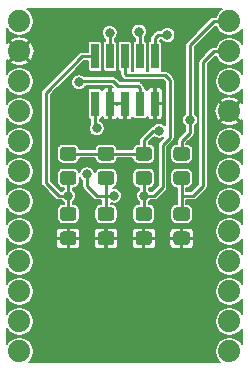
<source format=gtl>
G04 #@! TF.GenerationSoftware,KiCad,Pcbnew,(5.1.6-0-10_14)*
G04 #@! TF.CreationDate,2020-08-14T16:39:20-05:00*
G04 #@! TF.ProjectId,gen2-jtag-adapter,67656e32-2d6a-4746-9167-2d6164617074,rev?*
G04 #@! TF.SameCoordinates,Original*
G04 #@! TF.FileFunction,Copper,L1,Top*
G04 #@! TF.FilePolarity,Positive*
%FSLAX46Y46*%
G04 Gerber Fmt 4.6, Leading zero omitted, Abs format (unit mm)*
G04 Created by KiCad (PCBNEW (5.1.6-0-10_14)) date 2020-08-14 16:39:20*
%MOMM*%
%LPD*%
G01*
G04 APERTURE LIST*
G04 #@! TA.AperFunction,ComponentPad*
%ADD10C,1.879600*%
G04 #@! TD*
G04 #@! TA.AperFunction,SMDPad,CuDef*
%ADD11R,0.700000X2.100000*%
G04 #@! TD*
G04 #@! TA.AperFunction,ViaPad*
%ADD12C,0.800000*%
G04 #@! TD*
G04 #@! TA.AperFunction,Conductor*
%ADD13C,0.250000*%
G04 #@! TD*
G04 #@! TA.AperFunction,Conductor*
%ADD14C,0.150000*%
G04 #@! TD*
G04 APERTURE END LIST*
D10*
X119050000Y-67742000D03*
X119050000Y-70282000D03*
X119050000Y-72822000D03*
X119050000Y-75362000D03*
X119050000Y-77902000D03*
X119050000Y-80442000D03*
X119050000Y-82982000D03*
X119050000Y-85522000D03*
X119050000Y-88062000D03*
X119050000Y-90602000D03*
X119050000Y-93142000D03*
X119050000Y-95682000D03*
X101270000Y-95682000D03*
X101270000Y-93142000D03*
X101270000Y-90602000D03*
X101270000Y-88062000D03*
X101270000Y-85522000D03*
X101270000Y-82982000D03*
X101270000Y-80442000D03*
X101270000Y-77902000D03*
X101270000Y-75362000D03*
X101270000Y-72822000D03*
X101270000Y-70282000D03*
X101270000Y-67742000D03*
D11*
X112740000Y-70700000D03*
X112740000Y-74700000D03*
X111470000Y-70700000D03*
X111470000Y-74700000D03*
X110200000Y-70700000D03*
X110200000Y-74700000D03*
X108930000Y-70700000D03*
X108930000Y-74700000D03*
X107660000Y-70700000D03*
X107660000Y-74700000D03*
G04 #@! TA.AperFunction,SMDPad,CuDef*
G36*
G01*
X114549999Y-85525000D02*
X115450001Y-85525000D01*
G75*
G02*
X115700000Y-85774999I0J-249999D01*
G01*
X115700000Y-86425001D01*
G75*
G02*
X115450001Y-86675000I-249999J0D01*
G01*
X114549999Y-86675000D01*
G75*
G02*
X114300000Y-86425001I0J249999D01*
G01*
X114300000Y-85774999D01*
G75*
G02*
X114549999Y-85525000I249999J0D01*
G01*
G37*
G04 #@! TD.AperFunction*
G04 #@! TA.AperFunction,SMDPad,CuDef*
G36*
G01*
X114549999Y-83475000D02*
X115450001Y-83475000D01*
G75*
G02*
X115700000Y-83724999I0J-249999D01*
G01*
X115700000Y-84375001D01*
G75*
G02*
X115450001Y-84625000I-249999J0D01*
G01*
X114549999Y-84625000D01*
G75*
G02*
X114300000Y-84375001I0J249999D01*
G01*
X114300000Y-83724999D01*
G75*
G02*
X114549999Y-83475000I249999J0D01*
G01*
G37*
G04 #@! TD.AperFunction*
G04 #@! TA.AperFunction,SMDPad,CuDef*
G36*
G01*
X114549999Y-80425000D02*
X115450001Y-80425000D01*
G75*
G02*
X115700000Y-80674999I0J-249999D01*
G01*
X115700000Y-81325001D01*
G75*
G02*
X115450001Y-81575000I-249999J0D01*
G01*
X114549999Y-81575000D01*
G75*
G02*
X114300000Y-81325001I0J249999D01*
G01*
X114300000Y-80674999D01*
G75*
G02*
X114549999Y-80425000I249999J0D01*
G01*
G37*
G04 #@! TD.AperFunction*
G04 #@! TA.AperFunction,SMDPad,CuDef*
G36*
G01*
X114549999Y-78375000D02*
X115450001Y-78375000D01*
G75*
G02*
X115700000Y-78624999I0J-249999D01*
G01*
X115700000Y-79275001D01*
G75*
G02*
X115450001Y-79525000I-249999J0D01*
G01*
X114549999Y-79525000D01*
G75*
G02*
X114300000Y-79275001I0J249999D01*
G01*
X114300000Y-78624999D01*
G75*
G02*
X114549999Y-78375000I249999J0D01*
G01*
G37*
G04 #@! TD.AperFunction*
G04 #@! TA.AperFunction,SMDPad,CuDef*
G36*
G01*
X111349999Y-85525000D02*
X112250001Y-85525000D01*
G75*
G02*
X112500000Y-85774999I0J-249999D01*
G01*
X112500000Y-86425001D01*
G75*
G02*
X112250001Y-86675000I-249999J0D01*
G01*
X111349999Y-86675000D01*
G75*
G02*
X111100000Y-86425001I0J249999D01*
G01*
X111100000Y-85774999D01*
G75*
G02*
X111349999Y-85525000I249999J0D01*
G01*
G37*
G04 #@! TD.AperFunction*
G04 #@! TA.AperFunction,SMDPad,CuDef*
G36*
G01*
X111349999Y-83475000D02*
X112250001Y-83475000D01*
G75*
G02*
X112500000Y-83724999I0J-249999D01*
G01*
X112500000Y-84375001D01*
G75*
G02*
X112250001Y-84625000I-249999J0D01*
G01*
X111349999Y-84625000D01*
G75*
G02*
X111100000Y-84375001I0J249999D01*
G01*
X111100000Y-83724999D01*
G75*
G02*
X111349999Y-83475000I249999J0D01*
G01*
G37*
G04 #@! TD.AperFunction*
G04 #@! TA.AperFunction,SMDPad,CuDef*
G36*
G01*
X111349999Y-80425000D02*
X112250001Y-80425000D01*
G75*
G02*
X112500000Y-80674999I0J-249999D01*
G01*
X112500000Y-81325001D01*
G75*
G02*
X112250001Y-81575000I-249999J0D01*
G01*
X111349999Y-81575000D01*
G75*
G02*
X111100000Y-81325001I0J249999D01*
G01*
X111100000Y-80674999D01*
G75*
G02*
X111349999Y-80425000I249999J0D01*
G01*
G37*
G04 #@! TD.AperFunction*
G04 #@! TA.AperFunction,SMDPad,CuDef*
G36*
G01*
X111349999Y-78375000D02*
X112250001Y-78375000D01*
G75*
G02*
X112500000Y-78624999I0J-249999D01*
G01*
X112500000Y-79275001D01*
G75*
G02*
X112250001Y-79525000I-249999J0D01*
G01*
X111349999Y-79525000D01*
G75*
G02*
X111100000Y-79275001I0J249999D01*
G01*
X111100000Y-78624999D01*
G75*
G02*
X111349999Y-78375000I249999J0D01*
G01*
G37*
G04 #@! TD.AperFunction*
G04 #@! TA.AperFunction,SMDPad,CuDef*
G36*
G01*
X108149999Y-85525000D02*
X109050001Y-85525000D01*
G75*
G02*
X109300000Y-85774999I0J-249999D01*
G01*
X109300000Y-86425001D01*
G75*
G02*
X109050001Y-86675000I-249999J0D01*
G01*
X108149999Y-86675000D01*
G75*
G02*
X107900000Y-86425001I0J249999D01*
G01*
X107900000Y-85774999D01*
G75*
G02*
X108149999Y-85525000I249999J0D01*
G01*
G37*
G04 #@! TD.AperFunction*
G04 #@! TA.AperFunction,SMDPad,CuDef*
G36*
G01*
X108149999Y-83475000D02*
X109050001Y-83475000D01*
G75*
G02*
X109300000Y-83724999I0J-249999D01*
G01*
X109300000Y-84375001D01*
G75*
G02*
X109050001Y-84625000I-249999J0D01*
G01*
X108149999Y-84625000D01*
G75*
G02*
X107900000Y-84375001I0J249999D01*
G01*
X107900000Y-83724999D01*
G75*
G02*
X108149999Y-83475000I249999J0D01*
G01*
G37*
G04 #@! TD.AperFunction*
G04 #@! TA.AperFunction,SMDPad,CuDef*
G36*
G01*
X108149999Y-80425000D02*
X109050001Y-80425000D01*
G75*
G02*
X109300000Y-80674999I0J-249999D01*
G01*
X109300000Y-81325001D01*
G75*
G02*
X109050001Y-81575000I-249999J0D01*
G01*
X108149999Y-81575000D01*
G75*
G02*
X107900000Y-81325001I0J249999D01*
G01*
X107900000Y-80674999D01*
G75*
G02*
X108149999Y-80425000I249999J0D01*
G01*
G37*
G04 #@! TD.AperFunction*
G04 #@! TA.AperFunction,SMDPad,CuDef*
G36*
G01*
X108149999Y-78375000D02*
X109050001Y-78375000D01*
G75*
G02*
X109300000Y-78624999I0J-249999D01*
G01*
X109300000Y-79275001D01*
G75*
G02*
X109050001Y-79525000I-249999J0D01*
G01*
X108149999Y-79525000D01*
G75*
G02*
X107900000Y-79275001I0J249999D01*
G01*
X107900000Y-78624999D01*
G75*
G02*
X108149999Y-78375000I249999J0D01*
G01*
G37*
G04 #@! TD.AperFunction*
G04 #@! TA.AperFunction,SMDPad,CuDef*
G36*
G01*
X104949999Y-85525000D02*
X105850001Y-85525000D01*
G75*
G02*
X106100000Y-85774999I0J-249999D01*
G01*
X106100000Y-86425001D01*
G75*
G02*
X105850001Y-86675000I-249999J0D01*
G01*
X104949999Y-86675000D01*
G75*
G02*
X104700000Y-86425001I0J249999D01*
G01*
X104700000Y-85774999D01*
G75*
G02*
X104949999Y-85525000I249999J0D01*
G01*
G37*
G04 #@! TD.AperFunction*
G04 #@! TA.AperFunction,SMDPad,CuDef*
G36*
G01*
X104949999Y-83475000D02*
X105850001Y-83475000D01*
G75*
G02*
X106100000Y-83724999I0J-249999D01*
G01*
X106100000Y-84375001D01*
G75*
G02*
X105850001Y-84625000I-249999J0D01*
G01*
X104949999Y-84625000D01*
G75*
G02*
X104700000Y-84375001I0J249999D01*
G01*
X104700000Y-83724999D01*
G75*
G02*
X104949999Y-83475000I249999J0D01*
G01*
G37*
G04 #@! TD.AperFunction*
G04 #@! TA.AperFunction,SMDPad,CuDef*
G36*
G01*
X104949999Y-80425000D02*
X105850001Y-80425000D01*
G75*
G02*
X106100000Y-80674999I0J-249999D01*
G01*
X106100000Y-81325001D01*
G75*
G02*
X105850001Y-81575000I-249999J0D01*
G01*
X104949999Y-81575000D01*
G75*
G02*
X104700000Y-81325001I0J249999D01*
G01*
X104700000Y-80674999D01*
G75*
G02*
X104949999Y-80425000I249999J0D01*
G01*
G37*
G04 #@! TD.AperFunction*
G04 #@! TA.AperFunction,SMDPad,CuDef*
G36*
G01*
X104949999Y-78375000D02*
X105850001Y-78375000D01*
G75*
G02*
X106100000Y-78624999I0J-249999D01*
G01*
X106100000Y-79275001D01*
G75*
G02*
X105850001Y-79525000I-249999J0D01*
G01*
X104949999Y-79525000D01*
G75*
G02*
X104700000Y-79275001I0J249999D01*
G01*
X104700000Y-78624999D01*
G75*
G02*
X104949999Y-78375000I249999J0D01*
G01*
G37*
G04 #@! TD.AperFunction*
D12*
X113800000Y-68900000D03*
X110200000Y-86000000D03*
X107000000Y-86000000D03*
X113400000Y-86000000D03*
X116900000Y-83100000D03*
X115000000Y-69200000D03*
X104200000Y-67200000D03*
X111900000Y-67200000D03*
X110500000Y-76600000D03*
X110100000Y-68700000D03*
X114700000Y-71700000D03*
X105800000Y-74100000D03*
X107300000Y-67200000D03*
X103600000Y-86000000D03*
X116900000Y-86700000D03*
X111400000Y-68599992D03*
X106300004Y-72900000D03*
X111800000Y-82500000D03*
X108900000Y-68700000D03*
X107000000Y-80700004D03*
X109300012Y-82500000D03*
X105400000Y-82500000D03*
X107799994Y-76800000D03*
X113100000Y-77000000D03*
X115700000Y-76100000D03*
D13*
X115000000Y-81000000D02*
X115000000Y-82500000D01*
X115000000Y-84050000D02*
X115000000Y-82500000D01*
X116000000Y-82500000D02*
X115000000Y-82500000D01*
X116818000Y-81682000D02*
X116000000Y-82500000D01*
X116818000Y-71182000D02*
X116818000Y-81682000D01*
X117718000Y-70282000D02*
X116818000Y-71182000D01*
X119050000Y-70282000D02*
X117718000Y-70282000D01*
X113000000Y-68900000D02*
X113800000Y-68900000D01*
X112740000Y-69160000D02*
X113000000Y-68900000D01*
X112740000Y-70700000D02*
X112740000Y-69160000D01*
X111470000Y-70700000D02*
X111470000Y-68669992D01*
X111470000Y-68669992D02*
X111400000Y-68599992D01*
X109200000Y-72800000D02*
X106400004Y-72800000D01*
X111300000Y-73200000D02*
X109600000Y-73200000D01*
X111470000Y-73370000D02*
X111300000Y-73200000D01*
X106400004Y-72800000D02*
X106300004Y-72900000D01*
X109600000Y-73200000D02*
X109200000Y-72800000D01*
X111470000Y-74700000D02*
X111470000Y-73370000D01*
X111800000Y-81000000D02*
X111800000Y-82500000D01*
X111800000Y-84050000D02*
X111800000Y-82500000D01*
X112700000Y-82500000D02*
X111800000Y-82500000D01*
X113400000Y-81800000D02*
X112700000Y-82500000D01*
X113400000Y-78200000D02*
X113400000Y-81800000D01*
X114000000Y-77600000D02*
X113400000Y-78200000D01*
X114000000Y-72700000D02*
X114000000Y-77600000D01*
X110300000Y-72300000D02*
X113600000Y-72300000D01*
X110200000Y-72200000D02*
X110300000Y-72300000D01*
X113600000Y-72300000D02*
X114000000Y-72700000D01*
X110200000Y-70700000D02*
X110200000Y-72200000D01*
X108930000Y-68730000D02*
X108900000Y-68700000D01*
X108930000Y-70700000D02*
X108930000Y-68730000D01*
X108799996Y-82500000D02*
X109300012Y-82500000D01*
X107000000Y-81700000D02*
X107800000Y-82500000D01*
X107800000Y-82500000D02*
X108799996Y-82500000D01*
X107000000Y-80700004D02*
X107000000Y-81700000D01*
X108600000Y-82500000D02*
X108799996Y-82500000D01*
X108600000Y-81000000D02*
X108600000Y-82500000D01*
X108600000Y-84050000D02*
X108600000Y-82500000D01*
X105400000Y-81000000D02*
X105400000Y-82500000D01*
X105400000Y-84050000D02*
X105400000Y-82500000D01*
X103500000Y-73800000D02*
X103500000Y-81400000D01*
X104600000Y-82500000D02*
X105400000Y-82500000D01*
X106600000Y-70700000D02*
X103500000Y-73800000D01*
X103500000Y-81400000D02*
X104600000Y-82500000D01*
X107660000Y-70700000D02*
X106600000Y-70700000D01*
X107660000Y-76660006D02*
X107799994Y-76800000D01*
X107660000Y-74700000D02*
X107660000Y-76660006D01*
X105400000Y-78950000D02*
X108600000Y-78950000D01*
X111800000Y-78950000D02*
X108600000Y-78950000D01*
X117720923Y-67742000D02*
X119050000Y-67742000D01*
X115700000Y-69762923D02*
X117720923Y-67742000D01*
X115700000Y-76100000D02*
X115700000Y-69762923D01*
X115000000Y-77900000D02*
X115700000Y-77200000D01*
X115700000Y-77200000D02*
X115700000Y-76100000D01*
X115000000Y-78950000D02*
X115000000Y-77900000D01*
X112600000Y-77000000D02*
X113100000Y-77000000D01*
X111800000Y-77800000D02*
X112600000Y-77000000D01*
X111800000Y-78950000D02*
X111800000Y-77800000D01*
D14*
G36*
X118275610Y-66798403D02*
G01*
X118106403Y-66967610D01*
X117973458Y-67166576D01*
X117900795Y-67342000D01*
X117740570Y-67342000D01*
X117720923Y-67340065D01*
X117701276Y-67342000D01*
X117642509Y-67347788D01*
X117567109Y-67370660D01*
X117497620Y-67407803D01*
X117436712Y-67457789D01*
X117424186Y-67473052D01*
X115431048Y-69466190D01*
X115415790Y-69478712D01*
X115403268Y-69493970D01*
X115403265Y-69493973D01*
X115365803Y-69539621D01*
X115328661Y-69609109D01*
X115305788Y-69684510D01*
X115298065Y-69762923D01*
X115300001Y-69782579D01*
X115300000Y-75555456D01*
X115269713Y-75575693D01*
X115175693Y-75669713D01*
X115101823Y-75780268D01*
X115050940Y-75903110D01*
X115025000Y-76033518D01*
X115025000Y-76166482D01*
X115050940Y-76296890D01*
X115101823Y-76419732D01*
X115175693Y-76530287D01*
X115269713Y-76624307D01*
X115300001Y-76644544D01*
X115300000Y-77034315D01*
X114731048Y-77603267D01*
X114715790Y-77615789D01*
X114703268Y-77631047D01*
X114703265Y-77631050D01*
X114665803Y-77676698D01*
X114628661Y-77746186D01*
X114605788Y-77821587D01*
X114598065Y-77900000D01*
X114600001Y-77919656D01*
X114600001Y-78098670D01*
X114549999Y-78098670D01*
X114447317Y-78108783D01*
X114348582Y-78138734D01*
X114257586Y-78187372D01*
X114177828Y-78252828D01*
X114112372Y-78332586D01*
X114063734Y-78423582D01*
X114033783Y-78522317D01*
X114023670Y-78624999D01*
X114023670Y-79275001D01*
X114033783Y-79377683D01*
X114063734Y-79476418D01*
X114112372Y-79567414D01*
X114177828Y-79647172D01*
X114257586Y-79712628D01*
X114348582Y-79761266D01*
X114447317Y-79791217D01*
X114549999Y-79801330D01*
X115450001Y-79801330D01*
X115552683Y-79791217D01*
X115651418Y-79761266D01*
X115742414Y-79712628D01*
X115822172Y-79647172D01*
X115887628Y-79567414D01*
X115936266Y-79476418D01*
X115966217Y-79377683D01*
X115976330Y-79275001D01*
X115976330Y-78624999D01*
X115966217Y-78522317D01*
X115936266Y-78423582D01*
X115887628Y-78332586D01*
X115822172Y-78252828D01*
X115742414Y-78187372D01*
X115651418Y-78138734D01*
X115552683Y-78108783D01*
X115450001Y-78098670D01*
X115400000Y-78098670D01*
X115400000Y-78065685D01*
X115968949Y-77496736D01*
X115984211Y-77484211D01*
X116034197Y-77423303D01*
X116071340Y-77353814D01*
X116094212Y-77278414D01*
X116100000Y-77219647D01*
X116100000Y-77219637D01*
X116101934Y-77200001D01*
X116100000Y-77180365D01*
X116100000Y-76644544D01*
X116130287Y-76624307D01*
X116224307Y-76530287D01*
X116298177Y-76419732D01*
X116349060Y-76296890D01*
X116375000Y-76166482D01*
X116375000Y-76033518D01*
X116349060Y-75903110D01*
X116298177Y-75780268D01*
X116224307Y-75669713D01*
X116130287Y-75575693D01*
X116100000Y-75555456D01*
X116100000Y-69928608D01*
X117886608Y-68142000D01*
X117900795Y-68142000D01*
X117973458Y-68317424D01*
X118106403Y-68516390D01*
X118275610Y-68685597D01*
X118474576Y-68818542D01*
X118695656Y-68910116D01*
X118930353Y-68956800D01*
X119169647Y-68956800D01*
X119404344Y-68910116D01*
X119625424Y-68818542D01*
X119824390Y-68685597D01*
X119993597Y-68516390D01*
X120100000Y-68357147D01*
X120100000Y-69666853D01*
X119993597Y-69507610D01*
X119824390Y-69338403D01*
X119625424Y-69205458D01*
X119404344Y-69113884D01*
X119169647Y-69067200D01*
X118930353Y-69067200D01*
X118695656Y-69113884D01*
X118474576Y-69205458D01*
X118275610Y-69338403D01*
X118106403Y-69507610D01*
X117973458Y-69706576D01*
X117900795Y-69882000D01*
X117737635Y-69882000D01*
X117717999Y-69880066D01*
X117698363Y-69882000D01*
X117698353Y-69882000D01*
X117639586Y-69887788D01*
X117564186Y-69910660D01*
X117494697Y-69947803D01*
X117494695Y-69947804D01*
X117494696Y-69947804D01*
X117449049Y-69985265D01*
X117449047Y-69985267D01*
X117433789Y-69997789D01*
X117421267Y-70013047D01*
X116549052Y-70885263D01*
X116533789Y-70897789D01*
X116483803Y-70958698D01*
X116446660Y-71028187D01*
X116438105Y-71056390D01*
X116423788Y-71103587D01*
X116416065Y-71182000D01*
X116418000Y-71201646D01*
X116418001Y-81516314D01*
X115834315Y-82100000D01*
X115400000Y-82100000D01*
X115400000Y-81851330D01*
X115450001Y-81851330D01*
X115552683Y-81841217D01*
X115651418Y-81811266D01*
X115742414Y-81762628D01*
X115822172Y-81697172D01*
X115887628Y-81617414D01*
X115936266Y-81526418D01*
X115966217Y-81427683D01*
X115976330Y-81325001D01*
X115976330Y-80674999D01*
X115966217Y-80572317D01*
X115936266Y-80473582D01*
X115887628Y-80382586D01*
X115822172Y-80302828D01*
X115742414Y-80237372D01*
X115651418Y-80188734D01*
X115552683Y-80158783D01*
X115450001Y-80148670D01*
X114549999Y-80148670D01*
X114447317Y-80158783D01*
X114348582Y-80188734D01*
X114257586Y-80237372D01*
X114177828Y-80302828D01*
X114112372Y-80382586D01*
X114063734Y-80473582D01*
X114033783Y-80572317D01*
X114023670Y-80674999D01*
X114023670Y-81325001D01*
X114033783Y-81427683D01*
X114063734Y-81526418D01*
X114112372Y-81617414D01*
X114177828Y-81697172D01*
X114257586Y-81762628D01*
X114348582Y-81811266D01*
X114447317Y-81841217D01*
X114549999Y-81851330D01*
X114600001Y-81851330D01*
X114600001Y-82480343D01*
X114598065Y-82500000D01*
X114600001Y-82519657D01*
X114600001Y-83198670D01*
X114549999Y-83198670D01*
X114447317Y-83208783D01*
X114348582Y-83238734D01*
X114257586Y-83287372D01*
X114177828Y-83352828D01*
X114112372Y-83432586D01*
X114063734Y-83523582D01*
X114033783Y-83622317D01*
X114023670Y-83724999D01*
X114023670Y-84375001D01*
X114033783Y-84477683D01*
X114063734Y-84576418D01*
X114112372Y-84667414D01*
X114177828Y-84747172D01*
X114257586Y-84812628D01*
X114348582Y-84861266D01*
X114447317Y-84891217D01*
X114549999Y-84901330D01*
X115450001Y-84901330D01*
X115552683Y-84891217D01*
X115651418Y-84861266D01*
X115742414Y-84812628D01*
X115822172Y-84747172D01*
X115887628Y-84667414D01*
X115936266Y-84576418D01*
X115966217Y-84477683D01*
X115976330Y-84375001D01*
X115976330Y-83724999D01*
X115966217Y-83622317D01*
X115936266Y-83523582D01*
X115887628Y-83432586D01*
X115822172Y-83352828D01*
X115742414Y-83287372D01*
X115651418Y-83238734D01*
X115552683Y-83208783D01*
X115450001Y-83198670D01*
X115400000Y-83198670D01*
X115400000Y-82900000D01*
X115980354Y-82900000D01*
X116000000Y-82901935D01*
X116019646Y-82900000D01*
X116019647Y-82900000D01*
X116078414Y-82894212D01*
X116153814Y-82871340D01*
X116223303Y-82834197D01*
X116284211Y-82784211D01*
X116296737Y-82768948D01*
X117086948Y-81978737D01*
X117102211Y-81966211D01*
X117152197Y-81905303D01*
X117189340Y-81835814D01*
X117212212Y-81760414D01*
X117218000Y-81701647D01*
X117219935Y-81682000D01*
X117218000Y-81662353D01*
X117218000Y-76241326D01*
X118244213Y-76241326D01*
X118343302Y-76423154D01*
X118563902Y-76540634D01*
X118803183Y-76612820D01*
X119051948Y-76636937D01*
X119300639Y-76612059D01*
X119539698Y-76539143D01*
X119756698Y-76423154D01*
X119855787Y-76241326D01*
X119050000Y-75435539D01*
X118244213Y-76241326D01*
X117218000Y-76241326D01*
X117218000Y-75363948D01*
X117775063Y-75363948D01*
X117799941Y-75612639D01*
X117872857Y-75851698D01*
X117988846Y-76068698D01*
X118170674Y-76167787D01*
X118976461Y-75362000D01*
X118170674Y-74556213D01*
X117988846Y-74655302D01*
X117871366Y-74875902D01*
X117799180Y-75115183D01*
X117775063Y-75363948D01*
X117218000Y-75363948D01*
X117218000Y-74482674D01*
X118244213Y-74482674D01*
X119050000Y-75288461D01*
X119855787Y-74482674D01*
X119756698Y-74300846D01*
X119536098Y-74183366D01*
X119296817Y-74111180D01*
X119048052Y-74087063D01*
X118799361Y-74111941D01*
X118560302Y-74184857D01*
X118343302Y-74300846D01*
X118244213Y-74482674D01*
X117218000Y-74482674D01*
X117218000Y-71347685D01*
X117883686Y-70682000D01*
X117900795Y-70682000D01*
X117973458Y-70857424D01*
X118106403Y-71056390D01*
X118275610Y-71225597D01*
X118474576Y-71358542D01*
X118695656Y-71450116D01*
X118930353Y-71496800D01*
X119169647Y-71496800D01*
X119404344Y-71450116D01*
X119625424Y-71358542D01*
X119824390Y-71225597D01*
X119993597Y-71056390D01*
X120100000Y-70897147D01*
X120100000Y-72206853D01*
X119993597Y-72047610D01*
X119824390Y-71878403D01*
X119625424Y-71745458D01*
X119404344Y-71653884D01*
X119169647Y-71607200D01*
X118930353Y-71607200D01*
X118695656Y-71653884D01*
X118474576Y-71745458D01*
X118275610Y-71878403D01*
X118106403Y-72047610D01*
X117973458Y-72246576D01*
X117881884Y-72467656D01*
X117835200Y-72702353D01*
X117835200Y-72941647D01*
X117881884Y-73176344D01*
X117973458Y-73397424D01*
X118106403Y-73596390D01*
X118275610Y-73765597D01*
X118474576Y-73898542D01*
X118695656Y-73990116D01*
X118930353Y-74036800D01*
X119169647Y-74036800D01*
X119404344Y-73990116D01*
X119625424Y-73898542D01*
X119824390Y-73765597D01*
X119993597Y-73596390D01*
X120100000Y-73437147D01*
X120100000Y-74649224D01*
X119929326Y-74556213D01*
X119123539Y-75362000D01*
X119929326Y-76167787D01*
X120100000Y-76074776D01*
X120100000Y-77286854D01*
X119993597Y-77127610D01*
X119824390Y-76958403D01*
X119625424Y-76825458D01*
X119404344Y-76733884D01*
X119169647Y-76687200D01*
X118930353Y-76687200D01*
X118695656Y-76733884D01*
X118474576Y-76825458D01*
X118275610Y-76958403D01*
X118106403Y-77127610D01*
X117973458Y-77326576D01*
X117881884Y-77547656D01*
X117835200Y-77782353D01*
X117835200Y-78021647D01*
X117881884Y-78256344D01*
X117973458Y-78477424D01*
X118106403Y-78676390D01*
X118275610Y-78845597D01*
X118474576Y-78978542D01*
X118695656Y-79070116D01*
X118930353Y-79116800D01*
X119169647Y-79116800D01*
X119404344Y-79070116D01*
X119625424Y-78978542D01*
X119824390Y-78845597D01*
X119993597Y-78676390D01*
X120100000Y-78517146D01*
X120100000Y-79826854D01*
X119993597Y-79667610D01*
X119824390Y-79498403D01*
X119625424Y-79365458D01*
X119404344Y-79273884D01*
X119169647Y-79227200D01*
X118930353Y-79227200D01*
X118695656Y-79273884D01*
X118474576Y-79365458D01*
X118275610Y-79498403D01*
X118106403Y-79667610D01*
X117973458Y-79866576D01*
X117881884Y-80087656D01*
X117835200Y-80322353D01*
X117835200Y-80561647D01*
X117881884Y-80796344D01*
X117973458Y-81017424D01*
X118106403Y-81216390D01*
X118275610Y-81385597D01*
X118474576Y-81518542D01*
X118695656Y-81610116D01*
X118930353Y-81656800D01*
X119169647Y-81656800D01*
X119404344Y-81610116D01*
X119625424Y-81518542D01*
X119824390Y-81385597D01*
X119993597Y-81216390D01*
X120100000Y-81057146D01*
X120100001Y-82366854D01*
X119993597Y-82207610D01*
X119824390Y-82038403D01*
X119625424Y-81905458D01*
X119404344Y-81813884D01*
X119169647Y-81767200D01*
X118930353Y-81767200D01*
X118695656Y-81813884D01*
X118474576Y-81905458D01*
X118275610Y-82038403D01*
X118106403Y-82207610D01*
X117973458Y-82406576D01*
X117881884Y-82627656D01*
X117835200Y-82862353D01*
X117835200Y-83101647D01*
X117881884Y-83336344D01*
X117973458Y-83557424D01*
X118106403Y-83756390D01*
X118275610Y-83925597D01*
X118474576Y-84058542D01*
X118695656Y-84150116D01*
X118930353Y-84196800D01*
X119169647Y-84196800D01*
X119404344Y-84150116D01*
X119625424Y-84058542D01*
X119824390Y-83925597D01*
X119993597Y-83756390D01*
X120100001Y-83597146D01*
X120100001Y-84906854D01*
X119993597Y-84747610D01*
X119824390Y-84578403D01*
X119625424Y-84445458D01*
X119404344Y-84353884D01*
X119169647Y-84307200D01*
X118930353Y-84307200D01*
X118695656Y-84353884D01*
X118474576Y-84445458D01*
X118275610Y-84578403D01*
X118106403Y-84747610D01*
X117973458Y-84946576D01*
X117881884Y-85167656D01*
X117835200Y-85402353D01*
X117835200Y-85641647D01*
X117881884Y-85876344D01*
X117973458Y-86097424D01*
X118106403Y-86296390D01*
X118275610Y-86465597D01*
X118474576Y-86598542D01*
X118695656Y-86690116D01*
X118930353Y-86736800D01*
X119169647Y-86736800D01*
X119404344Y-86690116D01*
X119625424Y-86598542D01*
X119824390Y-86465597D01*
X119993597Y-86296390D01*
X120100001Y-86137146D01*
X120100001Y-87446854D01*
X119993597Y-87287610D01*
X119824390Y-87118403D01*
X119625424Y-86985458D01*
X119404344Y-86893884D01*
X119169647Y-86847200D01*
X118930353Y-86847200D01*
X118695656Y-86893884D01*
X118474576Y-86985458D01*
X118275610Y-87118403D01*
X118106403Y-87287610D01*
X117973458Y-87486576D01*
X117881884Y-87707656D01*
X117835200Y-87942353D01*
X117835200Y-88181647D01*
X117881884Y-88416344D01*
X117973458Y-88637424D01*
X118106403Y-88836390D01*
X118275610Y-89005597D01*
X118474576Y-89138542D01*
X118695656Y-89230116D01*
X118930353Y-89276800D01*
X119169647Y-89276800D01*
X119404344Y-89230116D01*
X119625424Y-89138542D01*
X119824390Y-89005597D01*
X119993597Y-88836390D01*
X120100001Y-88677146D01*
X120100001Y-89986854D01*
X119993597Y-89827610D01*
X119824390Y-89658403D01*
X119625424Y-89525458D01*
X119404344Y-89433884D01*
X119169647Y-89387200D01*
X118930353Y-89387200D01*
X118695656Y-89433884D01*
X118474576Y-89525458D01*
X118275610Y-89658403D01*
X118106403Y-89827610D01*
X117973458Y-90026576D01*
X117881884Y-90247656D01*
X117835200Y-90482353D01*
X117835200Y-90721647D01*
X117881884Y-90956344D01*
X117973458Y-91177424D01*
X118106403Y-91376390D01*
X118275610Y-91545597D01*
X118474576Y-91678542D01*
X118695656Y-91770116D01*
X118930353Y-91816800D01*
X119169647Y-91816800D01*
X119404344Y-91770116D01*
X119625424Y-91678542D01*
X119824390Y-91545597D01*
X119993597Y-91376390D01*
X120100001Y-91217146D01*
X120100001Y-92526854D01*
X119993597Y-92367610D01*
X119824390Y-92198403D01*
X119625424Y-92065458D01*
X119404344Y-91973884D01*
X119169647Y-91927200D01*
X118930353Y-91927200D01*
X118695656Y-91973884D01*
X118474576Y-92065458D01*
X118275610Y-92198403D01*
X118106403Y-92367610D01*
X117973458Y-92566576D01*
X117881884Y-92787656D01*
X117835200Y-93022353D01*
X117835200Y-93261647D01*
X117881884Y-93496344D01*
X117973458Y-93717424D01*
X118106403Y-93916390D01*
X118275610Y-94085597D01*
X118474576Y-94218542D01*
X118695656Y-94310116D01*
X118930353Y-94356800D01*
X119169647Y-94356800D01*
X119404344Y-94310116D01*
X119625424Y-94218542D01*
X119824390Y-94085597D01*
X119993597Y-93916390D01*
X120100001Y-93757146D01*
X120100001Y-95066855D01*
X119993597Y-94907610D01*
X119824390Y-94738403D01*
X119625424Y-94605458D01*
X119404344Y-94513884D01*
X119169647Y-94467200D01*
X118930353Y-94467200D01*
X118695656Y-94513884D01*
X118474576Y-94605458D01*
X118275610Y-94738403D01*
X118106403Y-94907610D01*
X117973458Y-95106576D01*
X117881884Y-95327656D01*
X117835200Y-95562353D01*
X117835200Y-95801647D01*
X117881884Y-96036344D01*
X117973458Y-96257424D01*
X118106403Y-96456390D01*
X118250013Y-96600000D01*
X102069987Y-96600000D01*
X102213597Y-96456390D01*
X102346542Y-96257424D01*
X102438116Y-96036344D01*
X102484800Y-95801647D01*
X102484800Y-95562353D01*
X102438116Y-95327656D01*
X102346542Y-95106576D01*
X102213597Y-94907610D01*
X102044390Y-94738403D01*
X101845424Y-94605458D01*
X101624344Y-94513884D01*
X101389647Y-94467200D01*
X101150353Y-94467200D01*
X100915656Y-94513884D01*
X100694576Y-94605458D01*
X100495610Y-94738403D01*
X100326403Y-94907610D01*
X100200000Y-95096785D01*
X100200000Y-93727215D01*
X100326403Y-93916390D01*
X100495610Y-94085597D01*
X100694576Y-94218542D01*
X100915656Y-94310116D01*
X101150353Y-94356800D01*
X101389647Y-94356800D01*
X101624344Y-94310116D01*
X101845424Y-94218542D01*
X102044390Y-94085597D01*
X102213597Y-93916390D01*
X102346542Y-93717424D01*
X102438116Y-93496344D01*
X102484800Y-93261647D01*
X102484800Y-93022353D01*
X102438116Y-92787656D01*
X102346542Y-92566576D01*
X102213597Y-92367610D01*
X102044390Y-92198403D01*
X101845424Y-92065458D01*
X101624344Y-91973884D01*
X101389647Y-91927200D01*
X101150353Y-91927200D01*
X100915656Y-91973884D01*
X100694576Y-92065458D01*
X100495610Y-92198403D01*
X100326403Y-92367610D01*
X100200000Y-92556785D01*
X100200000Y-91187215D01*
X100326403Y-91376390D01*
X100495610Y-91545597D01*
X100694576Y-91678542D01*
X100915656Y-91770116D01*
X101150353Y-91816800D01*
X101389647Y-91816800D01*
X101624344Y-91770116D01*
X101845424Y-91678542D01*
X102044390Y-91545597D01*
X102213597Y-91376390D01*
X102346542Y-91177424D01*
X102438116Y-90956344D01*
X102484800Y-90721647D01*
X102484800Y-90482353D01*
X102438116Y-90247656D01*
X102346542Y-90026576D01*
X102213597Y-89827610D01*
X102044390Y-89658403D01*
X101845424Y-89525458D01*
X101624344Y-89433884D01*
X101389647Y-89387200D01*
X101150353Y-89387200D01*
X100915656Y-89433884D01*
X100694576Y-89525458D01*
X100495610Y-89658403D01*
X100326403Y-89827610D01*
X100200000Y-90016785D01*
X100200000Y-88647215D01*
X100326403Y-88836390D01*
X100495610Y-89005597D01*
X100694576Y-89138542D01*
X100915656Y-89230116D01*
X101150353Y-89276800D01*
X101389647Y-89276800D01*
X101624344Y-89230116D01*
X101845424Y-89138542D01*
X102044390Y-89005597D01*
X102213597Y-88836390D01*
X102346542Y-88637424D01*
X102438116Y-88416344D01*
X102484800Y-88181647D01*
X102484800Y-87942353D01*
X102438116Y-87707656D01*
X102346542Y-87486576D01*
X102213597Y-87287610D01*
X102044390Y-87118403D01*
X101845424Y-86985458D01*
X101624344Y-86893884D01*
X101389647Y-86847200D01*
X101150353Y-86847200D01*
X100915656Y-86893884D01*
X100694576Y-86985458D01*
X100495610Y-87118403D01*
X100326403Y-87287610D01*
X100200000Y-87476785D01*
X100200000Y-86107215D01*
X100326403Y-86296390D01*
X100495610Y-86465597D01*
X100694576Y-86598542D01*
X100915656Y-86690116D01*
X101150353Y-86736800D01*
X101389647Y-86736800D01*
X101624344Y-86690116D01*
X101660837Y-86675000D01*
X104369408Y-86675000D01*
X104375760Y-86739495D01*
X104394573Y-86801512D01*
X104425123Y-86858667D01*
X104466236Y-86908764D01*
X104516333Y-86949877D01*
X104573488Y-86980427D01*
X104635505Y-86999240D01*
X104700000Y-87005592D01*
X105265750Y-87004000D01*
X105348000Y-86921750D01*
X105348000Y-86152000D01*
X105452000Y-86152000D01*
X105452000Y-86921750D01*
X105534250Y-87004000D01*
X106100000Y-87005592D01*
X106164495Y-86999240D01*
X106226512Y-86980427D01*
X106283667Y-86949877D01*
X106333764Y-86908764D01*
X106374877Y-86858667D01*
X106405427Y-86801512D01*
X106424240Y-86739495D01*
X106430592Y-86675000D01*
X107569408Y-86675000D01*
X107575760Y-86739495D01*
X107594573Y-86801512D01*
X107625123Y-86858667D01*
X107666236Y-86908764D01*
X107716333Y-86949877D01*
X107773488Y-86980427D01*
X107835505Y-86999240D01*
X107900000Y-87005592D01*
X108465750Y-87004000D01*
X108548000Y-86921750D01*
X108548000Y-86152000D01*
X108652000Y-86152000D01*
X108652000Y-86921750D01*
X108734250Y-87004000D01*
X109300000Y-87005592D01*
X109364495Y-86999240D01*
X109426512Y-86980427D01*
X109483667Y-86949877D01*
X109533764Y-86908764D01*
X109574877Y-86858667D01*
X109605427Y-86801512D01*
X109624240Y-86739495D01*
X109630592Y-86675000D01*
X110769408Y-86675000D01*
X110775760Y-86739495D01*
X110794573Y-86801512D01*
X110825123Y-86858667D01*
X110866236Y-86908764D01*
X110916333Y-86949877D01*
X110973488Y-86980427D01*
X111035505Y-86999240D01*
X111100000Y-87005592D01*
X111665750Y-87004000D01*
X111748000Y-86921750D01*
X111748000Y-86152000D01*
X111852000Y-86152000D01*
X111852000Y-86921750D01*
X111934250Y-87004000D01*
X112500000Y-87005592D01*
X112564495Y-86999240D01*
X112626512Y-86980427D01*
X112683667Y-86949877D01*
X112733764Y-86908764D01*
X112774877Y-86858667D01*
X112805427Y-86801512D01*
X112824240Y-86739495D01*
X112830592Y-86675000D01*
X113969408Y-86675000D01*
X113975760Y-86739495D01*
X113994573Y-86801512D01*
X114025123Y-86858667D01*
X114066236Y-86908764D01*
X114116333Y-86949877D01*
X114173488Y-86980427D01*
X114235505Y-86999240D01*
X114300000Y-87005592D01*
X114865750Y-87004000D01*
X114948000Y-86921750D01*
X114948000Y-86152000D01*
X115052000Y-86152000D01*
X115052000Y-86921750D01*
X115134250Y-87004000D01*
X115700000Y-87005592D01*
X115764495Y-86999240D01*
X115826512Y-86980427D01*
X115883667Y-86949877D01*
X115933764Y-86908764D01*
X115974877Y-86858667D01*
X116005427Y-86801512D01*
X116024240Y-86739495D01*
X116030592Y-86675000D01*
X116029000Y-86234250D01*
X115946750Y-86152000D01*
X115052000Y-86152000D01*
X114948000Y-86152000D01*
X114053250Y-86152000D01*
X113971000Y-86234250D01*
X113969408Y-86675000D01*
X112830592Y-86675000D01*
X112829000Y-86234250D01*
X112746750Y-86152000D01*
X111852000Y-86152000D01*
X111748000Y-86152000D01*
X110853250Y-86152000D01*
X110771000Y-86234250D01*
X110769408Y-86675000D01*
X109630592Y-86675000D01*
X109629000Y-86234250D01*
X109546750Y-86152000D01*
X108652000Y-86152000D01*
X108548000Y-86152000D01*
X107653250Y-86152000D01*
X107571000Y-86234250D01*
X107569408Y-86675000D01*
X106430592Y-86675000D01*
X106429000Y-86234250D01*
X106346750Y-86152000D01*
X105452000Y-86152000D01*
X105348000Y-86152000D01*
X104453250Y-86152000D01*
X104371000Y-86234250D01*
X104369408Y-86675000D01*
X101660837Y-86675000D01*
X101845424Y-86598542D01*
X102044390Y-86465597D01*
X102213597Y-86296390D01*
X102346542Y-86097424D01*
X102438116Y-85876344D01*
X102484800Y-85641647D01*
X102484800Y-85525000D01*
X104369408Y-85525000D01*
X104371000Y-85965750D01*
X104453250Y-86048000D01*
X105348000Y-86048000D01*
X105348000Y-85278250D01*
X105452000Y-85278250D01*
X105452000Y-86048000D01*
X106346750Y-86048000D01*
X106429000Y-85965750D01*
X106430592Y-85525000D01*
X107569408Y-85525000D01*
X107571000Y-85965750D01*
X107653250Y-86048000D01*
X108548000Y-86048000D01*
X108548000Y-85278250D01*
X108652000Y-85278250D01*
X108652000Y-86048000D01*
X109546750Y-86048000D01*
X109629000Y-85965750D01*
X109630592Y-85525000D01*
X110769408Y-85525000D01*
X110771000Y-85965750D01*
X110853250Y-86048000D01*
X111748000Y-86048000D01*
X111748000Y-85278250D01*
X111852000Y-85278250D01*
X111852000Y-86048000D01*
X112746750Y-86048000D01*
X112829000Y-85965750D01*
X112830592Y-85525000D01*
X113969408Y-85525000D01*
X113971000Y-85965750D01*
X114053250Y-86048000D01*
X114948000Y-86048000D01*
X114948000Y-85278250D01*
X115052000Y-85278250D01*
X115052000Y-86048000D01*
X115946750Y-86048000D01*
X116029000Y-85965750D01*
X116030592Y-85525000D01*
X116024240Y-85460505D01*
X116005427Y-85398488D01*
X115974877Y-85341333D01*
X115933764Y-85291236D01*
X115883667Y-85250123D01*
X115826512Y-85219573D01*
X115764495Y-85200760D01*
X115700000Y-85194408D01*
X115134250Y-85196000D01*
X115052000Y-85278250D01*
X114948000Y-85278250D01*
X114865750Y-85196000D01*
X114300000Y-85194408D01*
X114235505Y-85200760D01*
X114173488Y-85219573D01*
X114116333Y-85250123D01*
X114066236Y-85291236D01*
X114025123Y-85341333D01*
X113994573Y-85398488D01*
X113975760Y-85460505D01*
X113969408Y-85525000D01*
X112830592Y-85525000D01*
X112824240Y-85460505D01*
X112805427Y-85398488D01*
X112774877Y-85341333D01*
X112733764Y-85291236D01*
X112683667Y-85250123D01*
X112626512Y-85219573D01*
X112564495Y-85200760D01*
X112500000Y-85194408D01*
X111934250Y-85196000D01*
X111852000Y-85278250D01*
X111748000Y-85278250D01*
X111665750Y-85196000D01*
X111100000Y-85194408D01*
X111035505Y-85200760D01*
X110973488Y-85219573D01*
X110916333Y-85250123D01*
X110866236Y-85291236D01*
X110825123Y-85341333D01*
X110794573Y-85398488D01*
X110775760Y-85460505D01*
X110769408Y-85525000D01*
X109630592Y-85525000D01*
X109624240Y-85460505D01*
X109605427Y-85398488D01*
X109574877Y-85341333D01*
X109533764Y-85291236D01*
X109483667Y-85250123D01*
X109426512Y-85219573D01*
X109364495Y-85200760D01*
X109300000Y-85194408D01*
X108734250Y-85196000D01*
X108652000Y-85278250D01*
X108548000Y-85278250D01*
X108465750Y-85196000D01*
X107900000Y-85194408D01*
X107835505Y-85200760D01*
X107773488Y-85219573D01*
X107716333Y-85250123D01*
X107666236Y-85291236D01*
X107625123Y-85341333D01*
X107594573Y-85398488D01*
X107575760Y-85460505D01*
X107569408Y-85525000D01*
X106430592Y-85525000D01*
X106424240Y-85460505D01*
X106405427Y-85398488D01*
X106374877Y-85341333D01*
X106333764Y-85291236D01*
X106283667Y-85250123D01*
X106226512Y-85219573D01*
X106164495Y-85200760D01*
X106100000Y-85194408D01*
X105534250Y-85196000D01*
X105452000Y-85278250D01*
X105348000Y-85278250D01*
X105265750Y-85196000D01*
X104700000Y-85194408D01*
X104635505Y-85200760D01*
X104573488Y-85219573D01*
X104516333Y-85250123D01*
X104466236Y-85291236D01*
X104425123Y-85341333D01*
X104394573Y-85398488D01*
X104375760Y-85460505D01*
X104369408Y-85525000D01*
X102484800Y-85525000D01*
X102484800Y-85402353D01*
X102438116Y-85167656D01*
X102346542Y-84946576D01*
X102213597Y-84747610D01*
X102044390Y-84578403D01*
X101845424Y-84445458D01*
X101624344Y-84353884D01*
X101389647Y-84307200D01*
X101150353Y-84307200D01*
X100915656Y-84353884D01*
X100694576Y-84445458D01*
X100495610Y-84578403D01*
X100326403Y-84747610D01*
X100200000Y-84936785D01*
X100200000Y-83567215D01*
X100326403Y-83756390D01*
X100495610Y-83925597D01*
X100694576Y-84058542D01*
X100915656Y-84150116D01*
X101150353Y-84196800D01*
X101389647Y-84196800D01*
X101624344Y-84150116D01*
X101845424Y-84058542D01*
X102044390Y-83925597D01*
X102213597Y-83756390D01*
X102346542Y-83557424D01*
X102438116Y-83336344D01*
X102484800Y-83101647D01*
X102484800Y-82862353D01*
X102438116Y-82627656D01*
X102346542Y-82406576D01*
X102213597Y-82207610D01*
X102044390Y-82038403D01*
X101845424Y-81905458D01*
X101624344Y-81813884D01*
X101389647Y-81767200D01*
X101150353Y-81767200D01*
X100915656Y-81813884D01*
X100694576Y-81905458D01*
X100495610Y-82038403D01*
X100326403Y-82207610D01*
X100200000Y-82396785D01*
X100200000Y-81027215D01*
X100326403Y-81216390D01*
X100495610Y-81385597D01*
X100694576Y-81518542D01*
X100915656Y-81610116D01*
X101150353Y-81656800D01*
X101389647Y-81656800D01*
X101624344Y-81610116D01*
X101845424Y-81518542D01*
X102044390Y-81385597D01*
X102213597Y-81216390D01*
X102346542Y-81017424D01*
X102438116Y-80796344D01*
X102484800Y-80561647D01*
X102484800Y-80322353D01*
X102438116Y-80087656D01*
X102346542Y-79866576D01*
X102213597Y-79667610D01*
X102044390Y-79498403D01*
X101845424Y-79365458D01*
X101624344Y-79273884D01*
X101389647Y-79227200D01*
X101150353Y-79227200D01*
X100915656Y-79273884D01*
X100694576Y-79365458D01*
X100495610Y-79498403D01*
X100326403Y-79667610D01*
X100200000Y-79856785D01*
X100200000Y-78487215D01*
X100326403Y-78676390D01*
X100495610Y-78845597D01*
X100694576Y-78978542D01*
X100915656Y-79070116D01*
X101150353Y-79116800D01*
X101389647Y-79116800D01*
X101624344Y-79070116D01*
X101845424Y-78978542D01*
X102044390Y-78845597D01*
X102213597Y-78676390D01*
X102346542Y-78477424D01*
X102438116Y-78256344D01*
X102484800Y-78021647D01*
X102484800Y-77782353D01*
X102438116Y-77547656D01*
X102346542Y-77326576D01*
X102213597Y-77127610D01*
X102044390Y-76958403D01*
X101845424Y-76825458D01*
X101624344Y-76733884D01*
X101389647Y-76687200D01*
X101150353Y-76687200D01*
X100915656Y-76733884D01*
X100694576Y-76825458D01*
X100495610Y-76958403D01*
X100326403Y-77127610D01*
X100200000Y-77316785D01*
X100200000Y-75947215D01*
X100326403Y-76136390D01*
X100495610Y-76305597D01*
X100694576Y-76438542D01*
X100915656Y-76530116D01*
X101150353Y-76576800D01*
X101389647Y-76576800D01*
X101624344Y-76530116D01*
X101845424Y-76438542D01*
X102044390Y-76305597D01*
X102213597Y-76136390D01*
X102346542Y-75937424D01*
X102438116Y-75716344D01*
X102484800Y-75481647D01*
X102484800Y-75242353D01*
X102438116Y-75007656D01*
X102346542Y-74786576D01*
X102213597Y-74587610D01*
X102044390Y-74418403D01*
X101845424Y-74285458D01*
X101624344Y-74193884D01*
X101389647Y-74147200D01*
X101150353Y-74147200D01*
X100915656Y-74193884D01*
X100694576Y-74285458D01*
X100495610Y-74418403D01*
X100326403Y-74587610D01*
X100200000Y-74776785D01*
X100200000Y-73407215D01*
X100326403Y-73596390D01*
X100495610Y-73765597D01*
X100694576Y-73898542D01*
X100915656Y-73990116D01*
X101150353Y-74036800D01*
X101389647Y-74036800D01*
X101624344Y-73990116D01*
X101845424Y-73898542D01*
X101992902Y-73800000D01*
X103098065Y-73800000D01*
X103100000Y-73819646D01*
X103100001Y-81380343D01*
X103098065Y-81400000D01*
X103105788Y-81478413D01*
X103128661Y-81553814D01*
X103165803Y-81623302D01*
X103203265Y-81668950D01*
X103203268Y-81668953D01*
X103215790Y-81684211D01*
X103231048Y-81696733D01*
X104303267Y-82768953D01*
X104315789Y-82784211D01*
X104331047Y-82796733D01*
X104331049Y-82796735D01*
X104376697Y-82834197D01*
X104446185Y-82871340D01*
X104521586Y-82894212D01*
X104600000Y-82901935D01*
X104619646Y-82900000D01*
X104855456Y-82900000D01*
X104875693Y-82930287D01*
X104969713Y-83024307D01*
X105000001Y-83044544D01*
X105000001Y-83198670D01*
X104949999Y-83198670D01*
X104847317Y-83208783D01*
X104748582Y-83238734D01*
X104657586Y-83287372D01*
X104577828Y-83352828D01*
X104512372Y-83432586D01*
X104463734Y-83523582D01*
X104433783Y-83622317D01*
X104423670Y-83724999D01*
X104423670Y-84375001D01*
X104433783Y-84477683D01*
X104463734Y-84576418D01*
X104512372Y-84667414D01*
X104577828Y-84747172D01*
X104657586Y-84812628D01*
X104748582Y-84861266D01*
X104847317Y-84891217D01*
X104949999Y-84901330D01*
X105850001Y-84901330D01*
X105952683Y-84891217D01*
X106051418Y-84861266D01*
X106142414Y-84812628D01*
X106222172Y-84747172D01*
X106287628Y-84667414D01*
X106336266Y-84576418D01*
X106366217Y-84477683D01*
X106376330Y-84375001D01*
X106376330Y-83724999D01*
X106366217Y-83622317D01*
X106336266Y-83523582D01*
X106287628Y-83432586D01*
X106222172Y-83352828D01*
X106142414Y-83287372D01*
X106051418Y-83238734D01*
X105952683Y-83208783D01*
X105850001Y-83198670D01*
X105800000Y-83198670D01*
X105800000Y-83044544D01*
X105830287Y-83024307D01*
X105924307Y-82930287D01*
X105998177Y-82819732D01*
X106049060Y-82696890D01*
X106075000Y-82566482D01*
X106075000Y-82433518D01*
X106049060Y-82303110D01*
X105998177Y-82180268D01*
X105924307Y-82069713D01*
X105830287Y-81975693D01*
X105800000Y-81955456D01*
X105800000Y-81851330D01*
X105850001Y-81851330D01*
X105952683Y-81841217D01*
X106051418Y-81811266D01*
X106142414Y-81762628D01*
X106222172Y-81697172D01*
X106287628Y-81617414D01*
X106336266Y-81526418D01*
X106366217Y-81427683D01*
X106376330Y-81325001D01*
X106376330Y-80958191D01*
X106401823Y-81019736D01*
X106475693Y-81130291D01*
X106569713Y-81224311D01*
X106600001Y-81244548D01*
X106600001Y-81680344D01*
X106598065Y-81700000D01*
X106605788Y-81778413D01*
X106628661Y-81853814D01*
X106665803Y-81923302D01*
X106703265Y-81968950D01*
X106703268Y-81968953D01*
X106715790Y-81984211D01*
X106731047Y-81996733D01*
X107503267Y-82768953D01*
X107515789Y-82784211D01*
X107531047Y-82796733D01*
X107531049Y-82796735D01*
X107576697Y-82834197D01*
X107646185Y-82871340D01*
X107721586Y-82894212D01*
X107800000Y-82901935D01*
X107819647Y-82900000D01*
X108200001Y-82900000D01*
X108200001Y-83198670D01*
X108149999Y-83198670D01*
X108047317Y-83208783D01*
X107948582Y-83238734D01*
X107857586Y-83287372D01*
X107777828Y-83352828D01*
X107712372Y-83432586D01*
X107663734Y-83523582D01*
X107633783Y-83622317D01*
X107623670Y-83724999D01*
X107623670Y-84375001D01*
X107633783Y-84477683D01*
X107663734Y-84576418D01*
X107712372Y-84667414D01*
X107777828Y-84747172D01*
X107857586Y-84812628D01*
X107948582Y-84861266D01*
X108047317Y-84891217D01*
X108149999Y-84901330D01*
X109050001Y-84901330D01*
X109152683Y-84891217D01*
X109251418Y-84861266D01*
X109342414Y-84812628D01*
X109422172Y-84747172D01*
X109487628Y-84667414D01*
X109536266Y-84576418D01*
X109566217Y-84477683D01*
X109576330Y-84375001D01*
X109576330Y-83724999D01*
X109566217Y-83622317D01*
X109536266Y-83523582D01*
X109487628Y-83432586D01*
X109422172Y-83352828D01*
X109342414Y-83287372D01*
X109251418Y-83238734D01*
X109152683Y-83208783D01*
X109050001Y-83198670D01*
X109000000Y-83198670D01*
X109000000Y-83106345D01*
X109103122Y-83149060D01*
X109233530Y-83175000D01*
X109366494Y-83175000D01*
X109496902Y-83149060D01*
X109619744Y-83098177D01*
X109730299Y-83024307D01*
X109824319Y-82930287D01*
X109898189Y-82819732D01*
X109949072Y-82696890D01*
X109975012Y-82566482D01*
X109975012Y-82433518D01*
X109949072Y-82303110D01*
X109898189Y-82180268D01*
X109824319Y-82069713D01*
X109730299Y-81975693D01*
X109619744Y-81901823D01*
X109496902Y-81850940D01*
X109366494Y-81825000D01*
X109233530Y-81825000D01*
X109153979Y-81840824D01*
X109251418Y-81811266D01*
X109342414Y-81762628D01*
X109422172Y-81697172D01*
X109487628Y-81617414D01*
X109536266Y-81526418D01*
X109566217Y-81427683D01*
X109576330Y-81325001D01*
X109576330Y-80674999D01*
X109566217Y-80572317D01*
X109536266Y-80473582D01*
X109487628Y-80382586D01*
X109422172Y-80302828D01*
X109342414Y-80237372D01*
X109251418Y-80188734D01*
X109152683Y-80158783D01*
X109050001Y-80148670D01*
X108149999Y-80148670D01*
X108047317Y-80158783D01*
X107948582Y-80188734D01*
X107857586Y-80237372D01*
X107777828Y-80302828D01*
X107712372Y-80382586D01*
X107663734Y-80473582D01*
X107651324Y-80514494D01*
X107649060Y-80503114D01*
X107598177Y-80380272D01*
X107524307Y-80269717D01*
X107430287Y-80175697D01*
X107319732Y-80101827D01*
X107196890Y-80050944D01*
X107066482Y-80025004D01*
X106933518Y-80025004D01*
X106803110Y-80050944D01*
X106680268Y-80101827D01*
X106569713Y-80175697D01*
X106475693Y-80269717D01*
X106401823Y-80380272D01*
X106350940Y-80503114D01*
X106348676Y-80514494D01*
X106336266Y-80473582D01*
X106287628Y-80382586D01*
X106222172Y-80302828D01*
X106142414Y-80237372D01*
X106051418Y-80188734D01*
X105952683Y-80158783D01*
X105850001Y-80148670D01*
X104949999Y-80148670D01*
X104847317Y-80158783D01*
X104748582Y-80188734D01*
X104657586Y-80237372D01*
X104577828Y-80302828D01*
X104512372Y-80382586D01*
X104463734Y-80473582D01*
X104433783Y-80572317D01*
X104423670Y-80674999D01*
X104423670Y-81325001D01*
X104433783Y-81427683D01*
X104463734Y-81526418D01*
X104512372Y-81617414D01*
X104577828Y-81697172D01*
X104657586Y-81762628D01*
X104748582Y-81811266D01*
X104847317Y-81841217D01*
X104949999Y-81851330D01*
X105000001Y-81851330D01*
X105000001Y-81955456D01*
X104969713Y-81975693D01*
X104875693Y-82069713D01*
X104855456Y-82100000D01*
X104765686Y-82100000D01*
X103900000Y-81234315D01*
X103900000Y-78624999D01*
X104423670Y-78624999D01*
X104423670Y-79275001D01*
X104433783Y-79377683D01*
X104463734Y-79476418D01*
X104512372Y-79567414D01*
X104577828Y-79647172D01*
X104657586Y-79712628D01*
X104748582Y-79761266D01*
X104847317Y-79791217D01*
X104949999Y-79801330D01*
X105850001Y-79801330D01*
X105952683Y-79791217D01*
X106051418Y-79761266D01*
X106142414Y-79712628D01*
X106222172Y-79647172D01*
X106287628Y-79567414D01*
X106336266Y-79476418D01*
X106366217Y-79377683D01*
X106368943Y-79350000D01*
X107631057Y-79350000D01*
X107633783Y-79377683D01*
X107663734Y-79476418D01*
X107712372Y-79567414D01*
X107777828Y-79647172D01*
X107857586Y-79712628D01*
X107948582Y-79761266D01*
X108047317Y-79791217D01*
X108149999Y-79801330D01*
X109050001Y-79801330D01*
X109152683Y-79791217D01*
X109251418Y-79761266D01*
X109342414Y-79712628D01*
X109422172Y-79647172D01*
X109487628Y-79567414D01*
X109536266Y-79476418D01*
X109566217Y-79377683D01*
X109568943Y-79350000D01*
X110831057Y-79350000D01*
X110833783Y-79377683D01*
X110863734Y-79476418D01*
X110912372Y-79567414D01*
X110977828Y-79647172D01*
X111057586Y-79712628D01*
X111148582Y-79761266D01*
X111247317Y-79791217D01*
X111349999Y-79801330D01*
X112250001Y-79801330D01*
X112352683Y-79791217D01*
X112451418Y-79761266D01*
X112542414Y-79712628D01*
X112622172Y-79647172D01*
X112687628Y-79567414D01*
X112736266Y-79476418D01*
X112766217Y-79377683D01*
X112776330Y-79275001D01*
X112776330Y-78624999D01*
X112766217Y-78522317D01*
X112736266Y-78423582D01*
X112687628Y-78332586D01*
X112622172Y-78252828D01*
X112542414Y-78187372D01*
X112451418Y-78138734D01*
X112352683Y-78108783D01*
X112250001Y-78098670D01*
X112200000Y-78098670D01*
X112200000Y-77965685D01*
X112655546Y-77510140D01*
X112669713Y-77524307D01*
X112780268Y-77598177D01*
X112903110Y-77649060D01*
X113033518Y-77675000D01*
X113166482Y-77675000D01*
X113296890Y-77649060D01*
X113419732Y-77598177D01*
X113469172Y-77565143D01*
X113131052Y-77903263D01*
X113115789Y-77915789D01*
X113065803Y-77976698D01*
X113028660Y-78046187D01*
X113017126Y-78084210D01*
X113005788Y-78121587D01*
X112998065Y-78200000D01*
X113000000Y-78219647D01*
X113000001Y-81634314D01*
X112534315Y-82100000D01*
X112344544Y-82100000D01*
X112324307Y-82069713D01*
X112230287Y-81975693D01*
X112200000Y-81955456D01*
X112200000Y-81851330D01*
X112250001Y-81851330D01*
X112352683Y-81841217D01*
X112451418Y-81811266D01*
X112542414Y-81762628D01*
X112622172Y-81697172D01*
X112687628Y-81617414D01*
X112736266Y-81526418D01*
X112766217Y-81427683D01*
X112776330Y-81325001D01*
X112776330Y-80674999D01*
X112766217Y-80572317D01*
X112736266Y-80473582D01*
X112687628Y-80382586D01*
X112622172Y-80302828D01*
X112542414Y-80237372D01*
X112451418Y-80188734D01*
X112352683Y-80158783D01*
X112250001Y-80148670D01*
X111349999Y-80148670D01*
X111247317Y-80158783D01*
X111148582Y-80188734D01*
X111057586Y-80237372D01*
X110977828Y-80302828D01*
X110912372Y-80382586D01*
X110863734Y-80473582D01*
X110833783Y-80572317D01*
X110823670Y-80674999D01*
X110823670Y-81325001D01*
X110833783Y-81427683D01*
X110863734Y-81526418D01*
X110912372Y-81617414D01*
X110977828Y-81697172D01*
X111057586Y-81762628D01*
X111148582Y-81811266D01*
X111247317Y-81841217D01*
X111349999Y-81851330D01*
X111400001Y-81851330D01*
X111400001Y-81955456D01*
X111369713Y-81975693D01*
X111275693Y-82069713D01*
X111201823Y-82180268D01*
X111150940Y-82303110D01*
X111125000Y-82433518D01*
X111125000Y-82566482D01*
X111150940Y-82696890D01*
X111201823Y-82819732D01*
X111275693Y-82930287D01*
X111369713Y-83024307D01*
X111400001Y-83044544D01*
X111400001Y-83198670D01*
X111349999Y-83198670D01*
X111247317Y-83208783D01*
X111148582Y-83238734D01*
X111057586Y-83287372D01*
X110977828Y-83352828D01*
X110912372Y-83432586D01*
X110863734Y-83523582D01*
X110833783Y-83622317D01*
X110823670Y-83724999D01*
X110823670Y-84375001D01*
X110833783Y-84477683D01*
X110863734Y-84576418D01*
X110912372Y-84667414D01*
X110977828Y-84747172D01*
X111057586Y-84812628D01*
X111148582Y-84861266D01*
X111247317Y-84891217D01*
X111349999Y-84901330D01*
X112250001Y-84901330D01*
X112352683Y-84891217D01*
X112451418Y-84861266D01*
X112542414Y-84812628D01*
X112622172Y-84747172D01*
X112687628Y-84667414D01*
X112736266Y-84576418D01*
X112766217Y-84477683D01*
X112776330Y-84375001D01*
X112776330Y-83724999D01*
X112766217Y-83622317D01*
X112736266Y-83523582D01*
X112687628Y-83432586D01*
X112622172Y-83352828D01*
X112542414Y-83287372D01*
X112451418Y-83238734D01*
X112352683Y-83208783D01*
X112250001Y-83198670D01*
X112200000Y-83198670D01*
X112200000Y-83044544D01*
X112230287Y-83024307D01*
X112324307Y-82930287D01*
X112344544Y-82900000D01*
X112680354Y-82900000D01*
X112700000Y-82901935D01*
X112719646Y-82900000D01*
X112719647Y-82900000D01*
X112778414Y-82894212D01*
X112853814Y-82871340D01*
X112923303Y-82834197D01*
X112984211Y-82784211D01*
X112996737Y-82768948D01*
X113668948Y-82096737D01*
X113684211Y-82084211D01*
X113734197Y-82023303D01*
X113771340Y-81953814D01*
X113794212Y-81878414D01*
X113800000Y-81819647D01*
X113800000Y-81819637D01*
X113801934Y-81800001D01*
X113800000Y-81780365D01*
X113800000Y-78365685D01*
X114268953Y-77896733D01*
X114284211Y-77884211D01*
X114334197Y-77823303D01*
X114371340Y-77753814D01*
X114394212Y-77678414D01*
X114400000Y-77619647D01*
X114400000Y-77619637D01*
X114401934Y-77600001D01*
X114400000Y-77580365D01*
X114400000Y-72719635D01*
X114401934Y-72699999D01*
X114400000Y-72680363D01*
X114400000Y-72680353D01*
X114394212Y-72621586D01*
X114371340Y-72546186D01*
X114334197Y-72476697D01*
X114284211Y-72415789D01*
X114268949Y-72403264D01*
X113896735Y-72031050D01*
X113884211Y-72015789D01*
X113823303Y-71965803D01*
X113753814Y-71928660D01*
X113678414Y-71905788D01*
X113619647Y-71900000D01*
X113619646Y-71900000D01*
X113600000Y-71898065D01*
X113580354Y-71900000D01*
X113321642Y-71900000D01*
X113345296Y-71855747D01*
X113361020Y-71803909D01*
X113366330Y-71750000D01*
X113366330Y-69650000D01*
X113361020Y-69596091D01*
X113345296Y-69544253D01*
X113319760Y-69496479D01*
X113285395Y-69454605D01*
X113243521Y-69420240D01*
X113195747Y-69394704D01*
X113143909Y-69378980D01*
X113140000Y-69378595D01*
X113140000Y-69325685D01*
X113165684Y-69300000D01*
X113255456Y-69300000D01*
X113275693Y-69330287D01*
X113369713Y-69424307D01*
X113480268Y-69498177D01*
X113603110Y-69549060D01*
X113733518Y-69575000D01*
X113866482Y-69575000D01*
X113996890Y-69549060D01*
X114119732Y-69498177D01*
X114230287Y-69424307D01*
X114324307Y-69330287D01*
X114398177Y-69219732D01*
X114449060Y-69096890D01*
X114475000Y-68966482D01*
X114475000Y-68833518D01*
X114449060Y-68703110D01*
X114398177Y-68580268D01*
X114324307Y-68469713D01*
X114230287Y-68375693D01*
X114119732Y-68301823D01*
X113996890Y-68250940D01*
X113866482Y-68225000D01*
X113733518Y-68225000D01*
X113603110Y-68250940D01*
X113480268Y-68301823D01*
X113369713Y-68375693D01*
X113275693Y-68469713D01*
X113255456Y-68500000D01*
X113019647Y-68500000D01*
X113000000Y-68498065D01*
X112980353Y-68500000D01*
X112921586Y-68505788D01*
X112846186Y-68528660D01*
X112776697Y-68565803D01*
X112715789Y-68615789D01*
X112703259Y-68631057D01*
X112471048Y-68863267D01*
X112455790Y-68875789D01*
X112443268Y-68891047D01*
X112443265Y-68891050D01*
X112405803Y-68936698D01*
X112368661Y-69006186D01*
X112345788Y-69081587D01*
X112338065Y-69160000D01*
X112340001Y-69179656D01*
X112340001Y-69378595D01*
X112336091Y-69378980D01*
X112284253Y-69394704D01*
X112236479Y-69420240D01*
X112194605Y-69454605D01*
X112160240Y-69496479D01*
X112134704Y-69544253D01*
X112118980Y-69596091D01*
X112113670Y-69650000D01*
X112113670Y-71750000D01*
X112118980Y-71803909D01*
X112134704Y-71855747D01*
X112158358Y-71900000D01*
X112051642Y-71900000D01*
X112075296Y-71855747D01*
X112091020Y-71803909D01*
X112096330Y-71750000D01*
X112096330Y-69650000D01*
X112091020Y-69596091D01*
X112075296Y-69544253D01*
X112049760Y-69496479D01*
X112015395Y-69454605D01*
X111973521Y-69420240D01*
X111925747Y-69394704D01*
X111873909Y-69378980D01*
X111870000Y-69378595D01*
X111870000Y-69084586D01*
X111924307Y-69030279D01*
X111998177Y-68919724D01*
X112049060Y-68796882D01*
X112075000Y-68666474D01*
X112075000Y-68533510D01*
X112049060Y-68403102D01*
X111998177Y-68280260D01*
X111924307Y-68169705D01*
X111830287Y-68075685D01*
X111719732Y-68001815D01*
X111596890Y-67950932D01*
X111466482Y-67924992D01*
X111333518Y-67924992D01*
X111203110Y-67950932D01*
X111080268Y-68001815D01*
X110969713Y-68075685D01*
X110875693Y-68169705D01*
X110801823Y-68280260D01*
X110750940Y-68403102D01*
X110725000Y-68533510D01*
X110725000Y-68666474D01*
X110750940Y-68796882D01*
X110801823Y-68919724D01*
X110875693Y-69030279D01*
X110969713Y-69124299D01*
X111070001Y-69191309D01*
X111070001Y-69378595D01*
X111066091Y-69378980D01*
X111014253Y-69394704D01*
X110966479Y-69420240D01*
X110924605Y-69454605D01*
X110890240Y-69496479D01*
X110864704Y-69544253D01*
X110848980Y-69596091D01*
X110843670Y-69650000D01*
X110843670Y-71750000D01*
X110848980Y-71803909D01*
X110864704Y-71855747D01*
X110888358Y-71900000D01*
X110781642Y-71900000D01*
X110805296Y-71855747D01*
X110821020Y-71803909D01*
X110826330Y-71750000D01*
X110826330Y-69650000D01*
X110821020Y-69596091D01*
X110805296Y-69544253D01*
X110779760Y-69496479D01*
X110745395Y-69454605D01*
X110703521Y-69420240D01*
X110655747Y-69394704D01*
X110603909Y-69378980D01*
X110550000Y-69373670D01*
X109850000Y-69373670D01*
X109796091Y-69378980D01*
X109744253Y-69394704D01*
X109696479Y-69420240D01*
X109654605Y-69454605D01*
X109620240Y-69496479D01*
X109594704Y-69544253D01*
X109578980Y-69596091D01*
X109573670Y-69650000D01*
X109573670Y-71750000D01*
X109578980Y-71803909D01*
X109594704Y-71855747D01*
X109620240Y-71903521D01*
X109654605Y-71945395D01*
X109696479Y-71979760D01*
X109744253Y-72005296D01*
X109796091Y-72021020D01*
X109800001Y-72021405D01*
X109800001Y-72180344D01*
X109798065Y-72200000D01*
X109805788Y-72278413D01*
X109828661Y-72353814D01*
X109865803Y-72423302D01*
X109903265Y-72468950D01*
X109903268Y-72468953D01*
X109915790Y-72484211D01*
X109931049Y-72496734D01*
X110003259Y-72568943D01*
X110015789Y-72584211D01*
X110076697Y-72634197D01*
X110146186Y-72671340D01*
X110221586Y-72694212D01*
X110280353Y-72700000D01*
X110280363Y-72700000D01*
X110299999Y-72701934D01*
X110319635Y-72700000D01*
X113434315Y-72700000D01*
X113600000Y-72865685D01*
X113600001Y-76545407D01*
X113530287Y-76475693D01*
X113419732Y-76401823D01*
X113296890Y-76350940D01*
X113166482Y-76325000D01*
X113033518Y-76325000D01*
X112903110Y-76350940D01*
X112780268Y-76401823D01*
X112669713Y-76475693D01*
X112575693Y-76569713D01*
X112553702Y-76602625D01*
X112521586Y-76605788D01*
X112446185Y-76628660D01*
X112376697Y-76665803D01*
X112331049Y-76703265D01*
X112331047Y-76703267D01*
X112315789Y-76715789D01*
X112303267Y-76731047D01*
X111531047Y-77503267D01*
X111515790Y-77515789D01*
X111503268Y-77531047D01*
X111503265Y-77531050D01*
X111465803Y-77576698D01*
X111428661Y-77646186D01*
X111405788Y-77721587D01*
X111398065Y-77800000D01*
X111400001Y-77819656D01*
X111400001Y-78098670D01*
X111349999Y-78098670D01*
X111247317Y-78108783D01*
X111148582Y-78138734D01*
X111057586Y-78187372D01*
X110977828Y-78252828D01*
X110912372Y-78332586D01*
X110863734Y-78423582D01*
X110833783Y-78522317D01*
X110831057Y-78550000D01*
X109568943Y-78550000D01*
X109566217Y-78522317D01*
X109536266Y-78423582D01*
X109487628Y-78332586D01*
X109422172Y-78252828D01*
X109342414Y-78187372D01*
X109251418Y-78138734D01*
X109152683Y-78108783D01*
X109050001Y-78098670D01*
X108149999Y-78098670D01*
X108047317Y-78108783D01*
X107948582Y-78138734D01*
X107857586Y-78187372D01*
X107777828Y-78252828D01*
X107712372Y-78332586D01*
X107663734Y-78423582D01*
X107633783Y-78522317D01*
X107631057Y-78550000D01*
X106368943Y-78550000D01*
X106366217Y-78522317D01*
X106336266Y-78423582D01*
X106287628Y-78332586D01*
X106222172Y-78252828D01*
X106142414Y-78187372D01*
X106051418Y-78138734D01*
X105952683Y-78108783D01*
X105850001Y-78098670D01*
X104949999Y-78098670D01*
X104847317Y-78108783D01*
X104748582Y-78138734D01*
X104657586Y-78187372D01*
X104577828Y-78252828D01*
X104512372Y-78332586D01*
X104463734Y-78423582D01*
X104433783Y-78522317D01*
X104423670Y-78624999D01*
X103900000Y-78624999D01*
X103900000Y-73965685D01*
X104215685Y-73650000D01*
X107033670Y-73650000D01*
X107033670Y-75750000D01*
X107038980Y-75803909D01*
X107054704Y-75855747D01*
X107080240Y-75903521D01*
X107114605Y-75945395D01*
X107156479Y-75979760D01*
X107204253Y-76005296D01*
X107256091Y-76021020D01*
X107260001Y-76021405D01*
X107260001Y-76393189D01*
X107201817Y-76480268D01*
X107150934Y-76603110D01*
X107124994Y-76733518D01*
X107124994Y-76866482D01*
X107150934Y-76996890D01*
X107201817Y-77119732D01*
X107275687Y-77230287D01*
X107369707Y-77324307D01*
X107480262Y-77398177D01*
X107603104Y-77449060D01*
X107733512Y-77475000D01*
X107866476Y-77475000D01*
X107996884Y-77449060D01*
X108119726Y-77398177D01*
X108230281Y-77324307D01*
X108324301Y-77230287D01*
X108398171Y-77119732D01*
X108449054Y-76996890D01*
X108474994Y-76866482D01*
X108474994Y-76733518D01*
X108449054Y-76603110D01*
X108398171Y-76480268D01*
X108324301Y-76369713D01*
X108230281Y-76275693D01*
X108119726Y-76201823D01*
X108060000Y-76177084D01*
X108060000Y-76021405D01*
X108063909Y-76021020D01*
X108115747Y-76005296D01*
X108163521Y-75979760D01*
X108205395Y-75945395D01*
X108239760Y-75903521D01*
X108265296Y-75855747D01*
X108266785Y-75850839D01*
X108274573Y-75876512D01*
X108305123Y-75933667D01*
X108346236Y-75983764D01*
X108396333Y-76024877D01*
X108453488Y-76055427D01*
X108515505Y-76074240D01*
X108580000Y-76080592D01*
X108795750Y-76079000D01*
X108878000Y-75996750D01*
X108878000Y-74752000D01*
X108982000Y-74752000D01*
X108982000Y-75996750D01*
X109064250Y-76079000D01*
X109280000Y-76080592D01*
X109344495Y-76074240D01*
X109406512Y-76055427D01*
X109463667Y-76024877D01*
X109513764Y-75983764D01*
X109554877Y-75933667D01*
X109565000Y-75914728D01*
X109575123Y-75933667D01*
X109616236Y-75983764D01*
X109666333Y-76024877D01*
X109723488Y-76055427D01*
X109785505Y-76074240D01*
X109850000Y-76080592D01*
X110065750Y-76079000D01*
X110148000Y-75996750D01*
X110148000Y-74752000D01*
X109603250Y-74752000D01*
X109565000Y-74790250D01*
X109526750Y-74752000D01*
X108982000Y-74752000D01*
X108878000Y-74752000D01*
X108858000Y-74752000D01*
X108858000Y-74648000D01*
X108878000Y-74648000D01*
X108878000Y-73403250D01*
X108795750Y-73321000D01*
X108580000Y-73319408D01*
X108515505Y-73325760D01*
X108453488Y-73344573D01*
X108396333Y-73375123D01*
X108346236Y-73416236D01*
X108305123Y-73466333D01*
X108274573Y-73523488D01*
X108266785Y-73549161D01*
X108265296Y-73544253D01*
X108239760Y-73496479D01*
X108205395Y-73454605D01*
X108163521Y-73420240D01*
X108115747Y-73394704D01*
X108063909Y-73378980D01*
X108010000Y-73373670D01*
X107310000Y-73373670D01*
X107256091Y-73378980D01*
X107204253Y-73394704D01*
X107156479Y-73420240D01*
X107114605Y-73454605D01*
X107080240Y-73496479D01*
X107054704Y-73544253D01*
X107038980Y-73596091D01*
X107033670Y-73650000D01*
X104215685Y-73650000D01*
X105032167Y-72833518D01*
X105625004Y-72833518D01*
X105625004Y-72966482D01*
X105650944Y-73096890D01*
X105701827Y-73219732D01*
X105775697Y-73330287D01*
X105869717Y-73424307D01*
X105980272Y-73498177D01*
X106103114Y-73549060D01*
X106233522Y-73575000D01*
X106366486Y-73575000D01*
X106496894Y-73549060D01*
X106619736Y-73498177D01*
X106730291Y-73424307D01*
X106824311Y-73330287D01*
X106898181Y-73219732D01*
X106906354Y-73200000D01*
X109034315Y-73200000D01*
X109154648Y-73320333D01*
X109064250Y-73321000D01*
X108982000Y-73403250D01*
X108982000Y-74648000D01*
X109526750Y-74648000D01*
X109565000Y-74609750D01*
X109603250Y-74648000D01*
X110148000Y-74648000D01*
X110148000Y-74628000D01*
X110252000Y-74628000D01*
X110252000Y-74648000D01*
X110272000Y-74648000D01*
X110272000Y-74752000D01*
X110252000Y-74752000D01*
X110252000Y-75996750D01*
X110334250Y-76079000D01*
X110550000Y-76080592D01*
X110614495Y-76074240D01*
X110676512Y-76055427D01*
X110733667Y-76024877D01*
X110783764Y-75983764D01*
X110824877Y-75933667D01*
X110855427Y-75876512D01*
X110863215Y-75850839D01*
X110864704Y-75855747D01*
X110890240Y-75903521D01*
X110924605Y-75945395D01*
X110966479Y-75979760D01*
X111014253Y-76005296D01*
X111066091Y-76021020D01*
X111120000Y-76026330D01*
X111820000Y-76026330D01*
X111873909Y-76021020D01*
X111925747Y-76005296D01*
X111973521Y-75979760D01*
X112015395Y-75945395D01*
X112049760Y-75903521D01*
X112075296Y-75855747D01*
X112076785Y-75850839D01*
X112084573Y-75876512D01*
X112115123Y-75933667D01*
X112156236Y-75983764D01*
X112206333Y-76024877D01*
X112263488Y-76055427D01*
X112325505Y-76074240D01*
X112390000Y-76080592D01*
X112605750Y-76079000D01*
X112688000Y-75996750D01*
X112688000Y-74752000D01*
X112792000Y-74752000D01*
X112792000Y-75996750D01*
X112874250Y-76079000D01*
X113090000Y-76080592D01*
X113154495Y-76074240D01*
X113216512Y-76055427D01*
X113273667Y-76024877D01*
X113323764Y-75983764D01*
X113364877Y-75933667D01*
X113395427Y-75876512D01*
X113414240Y-75814495D01*
X113420592Y-75750000D01*
X113419000Y-74834250D01*
X113336750Y-74752000D01*
X112792000Y-74752000D01*
X112688000Y-74752000D01*
X112668000Y-74752000D01*
X112668000Y-74648000D01*
X112688000Y-74648000D01*
X112688000Y-73403250D01*
X112792000Y-73403250D01*
X112792000Y-74648000D01*
X113336750Y-74648000D01*
X113419000Y-74565750D01*
X113420592Y-73650000D01*
X113414240Y-73585505D01*
X113395427Y-73523488D01*
X113364877Y-73466333D01*
X113323764Y-73416236D01*
X113273667Y-73375123D01*
X113216512Y-73344573D01*
X113154495Y-73325760D01*
X113090000Y-73319408D01*
X112874250Y-73321000D01*
X112792000Y-73403250D01*
X112688000Y-73403250D01*
X112605750Y-73321000D01*
X112390000Y-73319408D01*
X112325505Y-73325760D01*
X112263488Y-73344573D01*
X112206333Y-73375123D01*
X112156236Y-73416236D01*
X112115123Y-73466333D01*
X112084573Y-73523488D01*
X112076785Y-73549161D01*
X112075296Y-73544253D01*
X112049760Y-73496479D01*
X112015395Y-73454605D01*
X111973521Y-73420240D01*
X111925747Y-73394704D01*
X111873909Y-73378980D01*
X111871077Y-73378701D01*
X111871934Y-73369999D01*
X111870000Y-73350363D01*
X111870000Y-73350353D01*
X111864212Y-73291586D01*
X111841340Y-73216186D01*
X111804197Y-73146697D01*
X111754211Y-73085789D01*
X111738948Y-73073263D01*
X111596737Y-72931052D01*
X111584211Y-72915789D01*
X111523303Y-72865803D01*
X111453814Y-72828660D01*
X111378414Y-72805788D01*
X111319647Y-72800000D01*
X111319646Y-72800000D01*
X111300000Y-72798065D01*
X111280354Y-72800000D01*
X109765685Y-72800000D01*
X109496737Y-72531052D01*
X109484211Y-72515789D01*
X109423303Y-72465803D01*
X109353814Y-72428660D01*
X109278414Y-72405788D01*
X109219647Y-72400000D01*
X109219646Y-72400000D01*
X109200000Y-72398065D01*
X109180354Y-72400000D01*
X106754598Y-72400000D01*
X106730291Y-72375693D01*
X106619736Y-72301823D01*
X106496894Y-72250940D01*
X106366486Y-72225000D01*
X106233522Y-72225000D01*
X106103114Y-72250940D01*
X105980272Y-72301823D01*
X105869717Y-72375693D01*
X105775697Y-72469713D01*
X105701827Y-72580268D01*
X105650944Y-72703110D01*
X105625004Y-72833518D01*
X105032167Y-72833518D01*
X106765686Y-71100000D01*
X107033670Y-71100000D01*
X107033670Y-71750000D01*
X107038980Y-71803909D01*
X107054704Y-71855747D01*
X107080240Y-71903521D01*
X107114605Y-71945395D01*
X107156479Y-71979760D01*
X107204253Y-72005296D01*
X107256091Y-72021020D01*
X107310000Y-72026330D01*
X108010000Y-72026330D01*
X108063909Y-72021020D01*
X108115747Y-72005296D01*
X108163521Y-71979760D01*
X108205395Y-71945395D01*
X108239760Y-71903521D01*
X108265296Y-71855747D01*
X108281020Y-71803909D01*
X108286330Y-71750000D01*
X108286330Y-69650000D01*
X108281020Y-69596091D01*
X108265296Y-69544253D01*
X108239760Y-69496479D01*
X108205395Y-69454605D01*
X108163521Y-69420240D01*
X108115747Y-69394704D01*
X108063909Y-69378980D01*
X108010000Y-69373670D01*
X107310000Y-69373670D01*
X107256091Y-69378980D01*
X107204253Y-69394704D01*
X107156479Y-69420240D01*
X107114605Y-69454605D01*
X107080240Y-69496479D01*
X107054704Y-69544253D01*
X107038980Y-69596091D01*
X107033670Y-69650000D01*
X107033670Y-70300000D01*
X106619643Y-70300000D01*
X106599999Y-70298065D01*
X106580355Y-70300000D01*
X106580353Y-70300000D01*
X106521586Y-70305788D01*
X106446186Y-70328660D01*
X106386779Y-70360414D01*
X106376697Y-70365803D01*
X106331049Y-70403265D01*
X106331047Y-70403267D01*
X106315789Y-70415789D01*
X106303267Y-70431047D01*
X103231052Y-73503263D01*
X103215789Y-73515789D01*
X103165803Y-73576698D01*
X103128660Y-73646187D01*
X103105788Y-73721586D01*
X103105788Y-73721587D01*
X103098065Y-73800000D01*
X101992902Y-73800000D01*
X102044390Y-73765597D01*
X102213597Y-73596390D01*
X102346542Y-73397424D01*
X102438116Y-73176344D01*
X102484800Y-72941647D01*
X102484800Y-72702353D01*
X102438116Y-72467656D01*
X102346542Y-72246576D01*
X102213597Y-72047610D01*
X102044390Y-71878403D01*
X101845424Y-71745458D01*
X101624344Y-71653884D01*
X101389647Y-71607200D01*
X101150353Y-71607200D01*
X100915656Y-71653884D01*
X100694576Y-71745458D01*
X100495610Y-71878403D01*
X100326403Y-72047610D01*
X100200000Y-72236785D01*
X100200000Y-71161326D01*
X100464213Y-71161326D01*
X100563302Y-71343154D01*
X100783902Y-71460634D01*
X101023183Y-71532820D01*
X101271948Y-71556937D01*
X101520639Y-71532059D01*
X101759698Y-71459143D01*
X101976698Y-71343154D01*
X102075787Y-71161326D01*
X101270000Y-70355539D01*
X100464213Y-71161326D01*
X100200000Y-71161326D01*
X100200000Y-70972148D01*
X100208846Y-70988698D01*
X100390674Y-71087787D01*
X101196461Y-70282000D01*
X101343539Y-70282000D01*
X102149326Y-71087787D01*
X102331154Y-70988698D01*
X102448634Y-70768098D01*
X102520820Y-70528817D01*
X102544937Y-70280052D01*
X102520059Y-70031361D01*
X102447143Y-69792302D01*
X102331154Y-69575302D01*
X102149326Y-69476213D01*
X101343539Y-70282000D01*
X101196461Y-70282000D01*
X100390674Y-69476213D01*
X100208846Y-69575302D01*
X100200000Y-69591913D01*
X100200000Y-69402674D01*
X100464213Y-69402674D01*
X101270000Y-70208461D01*
X102075787Y-69402674D01*
X101976698Y-69220846D01*
X101756098Y-69103366D01*
X101516817Y-69031180D01*
X101268052Y-69007063D01*
X101019361Y-69031941D01*
X100780302Y-69104857D01*
X100563302Y-69220846D01*
X100464213Y-69402674D01*
X100200000Y-69402674D01*
X100200000Y-68327215D01*
X100326403Y-68516390D01*
X100495610Y-68685597D01*
X100694576Y-68818542D01*
X100915656Y-68910116D01*
X101150353Y-68956800D01*
X101389647Y-68956800D01*
X101624344Y-68910116D01*
X101845424Y-68818542D01*
X102044390Y-68685597D01*
X102096469Y-68633518D01*
X108225000Y-68633518D01*
X108225000Y-68766482D01*
X108250940Y-68896890D01*
X108301823Y-69019732D01*
X108375693Y-69130287D01*
X108469713Y-69224307D01*
X108530001Y-69264590D01*
X108530001Y-69378595D01*
X108526091Y-69378980D01*
X108474253Y-69394704D01*
X108426479Y-69420240D01*
X108384605Y-69454605D01*
X108350240Y-69496479D01*
X108324704Y-69544253D01*
X108308980Y-69596091D01*
X108303670Y-69650000D01*
X108303670Y-71750000D01*
X108308980Y-71803909D01*
X108324704Y-71855747D01*
X108350240Y-71903521D01*
X108384605Y-71945395D01*
X108426479Y-71979760D01*
X108474253Y-72005296D01*
X108526091Y-72021020D01*
X108580000Y-72026330D01*
X109280000Y-72026330D01*
X109333909Y-72021020D01*
X109385747Y-72005296D01*
X109433521Y-71979760D01*
X109475395Y-71945395D01*
X109509760Y-71903521D01*
X109535296Y-71855747D01*
X109551020Y-71803909D01*
X109556330Y-71750000D01*
X109556330Y-69650000D01*
X109551020Y-69596091D01*
X109535296Y-69544253D01*
X109509760Y-69496479D01*
X109475395Y-69454605D01*
X109433521Y-69420240D01*
X109385747Y-69394704D01*
X109333909Y-69378980D01*
X109330000Y-69378595D01*
X109330000Y-69224499D01*
X109330287Y-69224307D01*
X109424307Y-69130287D01*
X109498177Y-69019732D01*
X109549060Y-68896890D01*
X109575000Y-68766482D01*
X109575000Y-68633518D01*
X109549060Y-68503110D01*
X109498177Y-68380268D01*
X109424307Y-68269713D01*
X109330287Y-68175693D01*
X109219732Y-68101823D01*
X109096890Y-68050940D01*
X108966482Y-68025000D01*
X108833518Y-68025000D01*
X108703110Y-68050940D01*
X108580268Y-68101823D01*
X108469713Y-68175693D01*
X108375693Y-68269713D01*
X108301823Y-68380268D01*
X108250940Y-68503110D01*
X108225000Y-68633518D01*
X102096469Y-68633518D01*
X102213597Y-68516390D01*
X102346542Y-68317424D01*
X102438116Y-68096344D01*
X102484800Y-67861647D01*
X102484800Y-67622353D01*
X102438116Y-67387656D01*
X102346542Y-67166576D01*
X102213597Y-66967610D01*
X102044390Y-66798403D01*
X101897120Y-66700000D01*
X118422880Y-66700000D01*
X118275610Y-66798403D01*
G37*
X118275610Y-66798403D02*
X118106403Y-66967610D01*
X117973458Y-67166576D01*
X117900795Y-67342000D01*
X117740570Y-67342000D01*
X117720923Y-67340065D01*
X117701276Y-67342000D01*
X117642509Y-67347788D01*
X117567109Y-67370660D01*
X117497620Y-67407803D01*
X117436712Y-67457789D01*
X117424186Y-67473052D01*
X115431048Y-69466190D01*
X115415790Y-69478712D01*
X115403268Y-69493970D01*
X115403265Y-69493973D01*
X115365803Y-69539621D01*
X115328661Y-69609109D01*
X115305788Y-69684510D01*
X115298065Y-69762923D01*
X115300001Y-69782579D01*
X115300000Y-75555456D01*
X115269713Y-75575693D01*
X115175693Y-75669713D01*
X115101823Y-75780268D01*
X115050940Y-75903110D01*
X115025000Y-76033518D01*
X115025000Y-76166482D01*
X115050940Y-76296890D01*
X115101823Y-76419732D01*
X115175693Y-76530287D01*
X115269713Y-76624307D01*
X115300001Y-76644544D01*
X115300000Y-77034315D01*
X114731048Y-77603267D01*
X114715790Y-77615789D01*
X114703268Y-77631047D01*
X114703265Y-77631050D01*
X114665803Y-77676698D01*
X114628661Y-77746186D01*
X114605788Y-77821587D01*
X114598065Y-77900000D01*
X114600001Y-77919656D01*
X114600001Y-78098670D01*
X114549999Y-78098670D01*
X114447317Y-78108783D01*
X114348582Y-78138734D01*
X114257586Y-78187372D01*
X114177828Y-78252828D01*
X114112372Y-78332586D01*
X114063734Y-78423582D01*
X114033783Y-78522317D01*
X114023670Y-78624999D01*
X114023670Y-79275001D01*
X114033783Y-79377683D01*
X114063734Y-79476418D01*
X114112372Y-79567414D01*
X114177828Y-79647172D01*
X114257586Y-79712628D01*
X114348582Y-79761266D01*
X114447317Y-79791217D01*
X114549999Y-79801330D01*
X115450001Y-79801330D01*
X115552683Y-79791217D01*
X115651418Y-79761266D01*
X115742414Y-79712628D01*
X115822172Y-79647172D01*
X115887628Y-79567414D01*
X115936266Y-79476418D01*
X115966217Y-79377683D01*
X115976330Y-79275001D01*
X115976330Y-78624999D01*
X115966217Y-78522317D01*
X115936266Y-78423582D01*
X115887628Y-78332586D01*
X115822172Y-78252828D01*
X115742414Y-78187372D01*
X115651418Y-78138734D01*
X115552683Y-78108783D01*
X115450001Y-78098670D01*
X115400000Y-78098670D01*
X115400000Y-78065685D01*
X115968949Y-77496736D01*
X115984211Y-77484211D01*
X116034197Y-77423303D01*
X116071340Y-77353814D01*
X116094212Y-77278414D01*
X116100000Y-77219647D01*
X116100000Y-77219637D01*
X116101934Y-77200001D01*
X116100000Y-77180365D01*
X116100000Y-76644544D01*
X116130287Y-76624307D01*
X116224307Y-76530287D01*
X116298177Y-76419732D01*
X116349060Y-76296890D01*
X116375000Y-76166482D01*
X116375000Y-76033518D01*
X116349060Y-75903110D01*
X116298177Y-75780268D01*
X116224307Y-75669713D01*
X116130287Y-75575693D01*
X116100000Y-75555456D01*
X116100000Y-69928608D01*
X117886608Y-68142000D01*
X117900795Y-68142000D01*
X117973458Y-68317424D01*
X118106403Y-68516390D01*
X118275610Y-68685597D01*
X118474576Y-68818542D01*
X118695656Y-68910116D01*
X118930353Y-68956800D01*
X119169647Y-68956800D01*
X119404344Y-68910116D01*
X119625424Y-68818542D01*
X119824390Y-68685597D01*
X119993597Y-68516390D01*
X120100000Y-68357147D01*
X120100000Y-69666853D01*
X119993597Y-69507610D01*
X119824390Y-69338403D01*
X119625424Y-69205458D01*
X119404344Y-69113884D01*
X119169647Y-69067200D01*
X118930353Y-69067200D01*
X118695656Y-69113884D01*
X118474576Y-69205458D01*
X118275610Y-69338403D01*
X118106403Y-69507610D01*
X117973458Y-69706576D01*
X117900795Y-69882000D01*
X117737635Y-69882000D01*
X117717999Y-69880066D01*
X117698363Y-69882000D01*
X117698353Y-69882000D01*
X117639586Y-69887788D01*
X117564186Y-69910660D01*
X117494697Y-69947803D01*
X117494695Y-69947804D01*
X117494696Y-69947804D01*
X117449049Y-69985265D01*
X117449047Y-69985267D01*
X117433789Y-69997789D01*
X117421267Y-70013047D01*
X116549052Y-70885263D01*
X116533789Y-70897789D01*
X116483803Y-70958698D01*
X116446660Y-71028187D01*
X116438105Y-71056390D01*
X116423788Y-71103587D01*
X116416065Y-71182000D01*
X116418000Y-71201646D01*
X116418001Y-81516314D01*
X115834315Y-82100000D01*
X115400000Y-82100000D01*
X115400000Y-81851330D01*
X115450001Y-81851330D01*
X115552683Y-81841217D01*
X115651418Y-81811266D01*
X115742414Y-81762628D01*
X115822172Y-81697172D01*
X115887628Y-81617414D01*
X115936266Y-81526418D01*
X115966217Y-81427683D01*
X115976330Y-81325001D01*
X115976330Y-80674999D01*
X115966217Y-80572317D01*
X115936266Y-80473582D01*
X115887628Y-80382586D01*
X115822172Y-80302828D01*
X115742414Y-80237372D01*
X115651418Y-80188734D01*
X115552683Y-80158783D01*
X115450001Y-80148670D01*
X114549999Y-80148670D01*
X114447317Y-80158783D01*
X114348582Y-80188734D01*
X114257586Y-80237372D01*
X114177828Y-80302828D01*
X114112372Y-80382586D01*
X114063734Y-80473582D01*
X114033783Y-80572317D01*
X114023670Y-80674999D01*
X114023670Y-81325001D01*
X114033783Y-81427683D01*
X114063734Y-81526418D01*
X114112372Y-81617414D01*
X114177828Y-81697172D01*
X114257586Y-81762628D01*
X114348582Y-81811266D01*
X114447317Y-81841217D01*
X114549999Y-81851330D01*
X114600001Y-81851330D01*
X114600001Y-82480343D01*
X114598065Y-82500000D01*
X114600001Y-82519657D01*
X114600001Y-83198670D01*
X114549999Y-83198670D01*
X114447317Y-83208783D01*
X114348582Y-83238734D01*
X114257586Y-83287372D01*
X114177828Y-83352828D01*
X114112372Y-83432586D01*
X114063734Y-83523582D01*
X114033783Y-83622317D01*
X114023670Y-83724999D01*
X114023670Y-84375001D01*
X114033783Y-84477683D01*
X114063734Y-84576418D01*
X114112372Y-84667414D01*
X114177828Y-84747172D01*
X114257586Y-84812628D01*
X114348582Y-84861266D01*
X114447317Y-84891217D01*
X114549999Y-84901330D01*
X115450001Y-84901330D01*
X115552683Y-84891217D01*
X115651418Y-84861266D01*
X115742414Y-84812628D01*
X115822172Y-84747172D01*
X115887628Y-84667414D01*
X115936266Y-84576418D01*
X115966217Y-84477683D01*
X115976330Y-84375001D01*
X115976330Y-83724999D01*
X115966217Y-83622317D01*
X115936266Y-83523582D01*
X115887628Y-83432586D01*
X115822172Y-83352828D01*
X115742414Y-83287372D01*
X115651418Y-83238734D01*
X115552683Y-83208783D01*
X115450001Y-83198670D01*
X115400000Y-83198670D01*
X115400000Y-82900000D01*
X115980354Y-82900000D01*
X116000000Y-82901935D01*
X116019646Y-82900000D01*
X116019647Y-82900000D01*
X116078414Y-82894212D01*
X116153814Y-82871340D01*
X116223303Y-82834197D01*
X116284211Y-82784211D01*
X116296737Y-82768948D01*
X117086948Y-81978737D01*
X117102211Y-81966211D01*
X117152197Y-81905303D01*
X117189340Y-81835814D01*
X117212212Y-81760414D01*
X117218000Y-81701647D01*
X117219935Y-81682000D01*
X117218000Y-81662353D01*
X117218000Y-76241326D01*
X118244213Y-76241326D01*
X118343302Y-76423154D01*
X118563902Y-76540634D01*
X118803183Y-76612820D01*
X119051948Y-76636937D01*
X119300639Y-76612059D01*
X119539698Y-76539143D01*
X119756698Y-76423154D01*
X119855787Y-76241326D01*
X119050000Y-75435539D01*
X118244213Y-76241326D01*
X117218000Y-76241326D01*
X117218000Y-75363948D01*
X117775063Y-75363948D01*
X117799941Y-75612639D01*
X117872857Y-75851698D01*
X117988846Y-76068698D01*
X118170674Y-76167787D01*
X118976461Y-75362000D01*
X118170674Y-74556213D01*
X117988846Y-74655302D01*
X117871366Y-74875902D01*
X117799180Y-75115183D01*
X117775063Y-75363948D01*
X117218000Y-75363948D01*
X117218000Y-74482674D01*
X118244213Y-74482674D01*
X119050000Y-75288461D01*
X119855787Y-74482674D01*
X119756698Y-74300846D01*
X119536098Y-74183366D01*
X119296817Y-74111180D01*
X119048052Y-74087063D01*
X118799361Y-74111941D01*
X118560302Y-74184857D01*
X118343302Y-74300846D01*
X118244213Y-74482674D01*
X117218000Y-74482674D01*
X117218000Y-71347685D01*
X117883686Y-70682000D01*
X117900795Y-70682000D01*
X117973458Y-70857424D01*
X118106403Y-71056390D01*
X118275610Y-71225597D01*
X118474576Y-71358542D01*
X118695656Y-71450116D01*
X118930353Y-71496800D01*
X119169647Y-71496800D01*
X119404344Y-71450116D01*
X119625424Y-71358542D01*
X119824390Y-71225597D01*
X119993597Y-71056390D01*
X120100000Y-70897147D01*
X120100000Y-72206853D01*
X119993597Y-72047610D01*
X119824390Y-71878403D01*
X119625424Y-71745458D01*
X119404344Y-71653884D01*
X119169647Y-71607200D01*
X118930353Y-71607200D01*
X118695656Y-71653884D01*
X118474576Y-71745458D01*
X118275610Y-71878403D01*
X118106403Y-72047610D01*
X117973458Y-72246576D01*
X117881884Y-72467656D01*
X117835200Y-72702353D01*
X117835200Y-72941647D01*
X117881884Y-73176344D01*
X117973458Y-73397424D01*
X118106403Y-73596390D01*
X118275610Y-73765597D01*
X118474576Y-73898542D01*
X118695656Y-73990116D01*
X118930353Y-74036800D01*
X119169647Y-74036800D01*
X119404344Y-73990116D01*
X119625424Y-73898542D01*
X119824390Y-73765597D01*
X119993597Y-73596390D01*
X120100000Y-73437147D01*
X120100000Y-74649224D01*
X119929326Y-74556213D01*
X119123539Y-75362000D01*
X119929326Y-76167787D01*
X120100000Y-76074776D01*
X120100000Y-77286854D01*
X119993597Y-77127610D01*
X119824390Y-76958403D01*
X119625424Y-76825458D01*
X119404344Y-76733884D01*
X119169647Y-76687200D01*
X118930353Y-76687200D01*
X118695656Y-76733884D01*
X118474576Y-76825458D01*
X118275610Y-76958403D01*
X118106403Y-77127610D01*
X117973458Y-77326576D01*
X117881884Y-77547656D01*
X117835200Y-77782353D01*
X117835200Y-78021647D01*
X117881884Y-78256344D01*
X117973458Y-78477424D01*
X118106403Y-78676390D01*
X118275610Y-78845597D01*
X118474576Y-78978542D01*
X118695656Y-79070116D01*
X118930353Y-79116800D01*
X119169647Y-79116800D01*
X119404344Y-79070116D01*
X119625424Y-78978542D01*
X119824390Y-78845597D01*
X119993597Y-78676390D01*
X120100000Y-78517146D01*
X120100000Y-79826854D01*
X119993597Y-79667610D01*
X119824390Y-79498403D01*
X119625424Y-79365458D01*
X119404344Y-79273884D01*
X119169647Y-79227200D01*
X118930353Y-79227200D01*
X118695656Y-79273884D01*
X118474576Y-79365458D01*
X118275610Y-79498403D01*
X118106403Y-79667610D01*
X117973458Y-79866576D01*
X117881884Y-80087656D01*
X117835200Y-80322353D01*
X117835200Y-80561647D01*
X117881884Y-80796344D01*
X117973458Y-81017424D01*
X118106403Y-81216390D01*
X118275610Y-81385597D01*
X118474576Y-81518542D01*
X118695656Y-81610116D01*
X118930353Y-81656800D01*
X119169647Y-81656800D01*
X119404344Y-81610116D01*
X119625424Y-81518542D01*
X119824390Y-81385597D01*
X119993597Y-81216390D01*
X120100000Y-81057146D01*
X120100001Y-82366854D01*
X119993597Y-82207610D01*
X119824390Y-82038403D01*
X119625424Y-81905458D01*
X119404344Y-81813884D01*
X119169647Y-81767200D01*
X118930353Y-81767200D01*
X118695656Y-81813884D01*
X118474576Y-81905458D01*
X118275610Y-82038403D01*
X118106403Y-82207610D01*
X117973458Y-82406576D01*
X117881884Y-82627656D01*
X117835200Y-82862353D01*
X117835200Y-83101647D01*
X117881884Y-83336344D01*
X117973458Y-83557424D01*
X118106403Y-83756390D01*
X118275610Y-83925597D01*
X118474576Y-84058542D01*
X118695656Y-84150116D01*
X118930353Y-84196800D01*
X119169647Y-84196800D01*
X119404344Y-84150116D01*
X119625424Y-84058542D01*
X119824390Y-83925597D01*
X119993597Y-83756390D01*
X120100001Y-83597146D01*
X120100001Y-84906854D01*
X119993597Y-84747610D01*
X119824390Y-84578403D01*
X119625424Y-84445458D01*
X119404344Y-84353884D01*
X119169647Y-84307200D01*
X118930353Y-84307200D01*
X118695656Y-84353884D01*
X118474576Y-84445458D01*
X118275610Y-84578403D01*
X118106403Y-84747610D01*
X117973458Y-84946576D01*
X117881884Y-85167656D01*
X117835200Y-85402353D01*
X117835200Y-85641647D01*
X117881884Y-85876344D01*
X117973458Y-86097424D01*
X118106403Y-86296390D01*
X118275610Y-86465597D01*
X118474576Y-86598542D01*
X118695656Y-86690116D01*
X118930353Y-86736800D01*
X119169647Y-86736800D01*
X119404344Y-86690116D01*
X119625424Y-86598542D01*
X119824390Y-86465597D01*
X119993597Y-86296390D01*
X120100001Y-86137146D01*
X120100001Y-87446854D01*
X119993597Y-87287610D01*
X119824390Y-87118403D01*
X119625424Y-86985458D01*
X119404344Y-86893884D01*
X119169647Y-86847200D01*
X118930353Y-86847200D01*
X118695656Y-86893884D01*
X118474576Y-86985458D01*
X118275610Y-87118403D01*
X118106403Y-87287610D01*
X117973458Y-87486576D01*
X117881884Y-87707656D01*
X117835200Y-87942353D01*
X117835200Y-88181647D01*
X117881884Y-88416344D01*
X117973458Y-88637424D01*
X118106403Y-88836390D01*
X118275610Y-89005597D01*
X118474576Y-89138542D01*
X118695656Y-89230116D01*
X118930353Y-89276800D01*
X119169647Y-89276800D01*
X119404344Y-89230116D01*
X119625424Y-89138542D01*
X119824390Y-89005597D01*
X119993597Y-88836390D01*
X120100001Y-88677146D01*
X120100001Y-89986854D01*
X119993597Y-89827610D01*
X119824390Y-89658403D01*
X119625424Y-89525458D01*
X119404344Y-89433884D01*
X119169647Y-89387200D01*
X118930353Y-89387200D01*
X118695656Y-89433884D01*
X118474576Y-89525458D01*
X118275610Y-89658403D01*
X118106403Y-89827610D01*
X117973458Y-90026576D01*
X117881884Y-90247656D01*
X117835200Y-90482353D01*
X117835200Y-90721647D01*
X117881884Y-90956344D01*
X117973458Y-91177424D01*
X118106403Y-91376390D01*
X118275610Y-91545597D01*
X118474576Y-91678542D01*
X118695656Y-91770116D01*
X118930353Y-91816800D01*
X119169647Y-91816800D01*
X119404344Y-91770116D01*
X119625424Y-91678542D01*
X119824390Y-91545597D01*
X119993597Y-91376390D01*
X120100001Y-91217146D01*
X120100001Y-92526854D01*
X119993597Y-92367610D01*
X119824390Y-92198403D01*
X119625424Y-92065458D01*
X119404344Y-91973884D01*
X119169647Y-91927200D01*
X118930353Y-91927200D01*
X118695656Y-91973884D01*
X118474576Y-92065458D01*
X118275610Y-92198403D01*
X118106403Y-92367610D01*
X117973458Y-92566576D01*
X117881884Y-92787656D01*
X117835200Y-93022353D01*
X117835200Y-93261647D01*
X117881884Y-93496344D01*
X117973458Y-93717424D01*
X118106403Y-93916390D01*
X118275610Y-94085597D01*
X118474576Y-94218542D01*
X118695656Y-94310116D01*
X118930353Y-94356800D01*
X119169647Y-94356800D01*
X119404344Y-94310116D01*
X119625424Y-94218542D01*
X119824390Y-94085597D01*
X119993597Y-93916390D01*
X120100001Y-93757146D01*
X120100001Y-95066855D01*
X119993597Y-94907610D01*
X119824390Y-94738403D01*
X119625424Y-94605458D01*
X119404344Y-94513884D01*
X119169647Y-94467200D01*
X118930353Y-94467200D01*
X118695656Y-94513884D01*
X118474576Y-94605458D01*
X118275610Y-94738403D01*
X118106403Y-94907610D01*
X117973458Y-95106576D01*
X117881884Y-95327656D01*
X117835200Y-95562353D01*
X117835200Y-95801647D01*
X117881884Y-96036344D01*
X117973458Y-96257424D01*
X118106403Y-96456390D01*
X118250013Y-96600000D01*
X102069987Y-96600000D01*
X102213597Y-96456390D01*
X102346542Y-96257424D01*
X102438116Y-96036344D01*
X102484800Y-95801647D01*
X102484800Y-95562353D01*
X102438116Y-95327656D01*
X102346542Y-95106576D01*
X102213597Y-94907610D01*
X102044390Y-94738403D01*
X101845424Y-94605458D01*
X101624344Y-94513884D01*
X101389647Y-94467200D01*
X101150353Y-94467200D01*
X100915656Y-94513884D01*
X100694576Y-94605458D01*
X100495610Y-94738403D01*
X100326403Y-94907610D01*
X100200000Y-95096785D01*
X100200000Y-93727215D01*
X100326403Y-93916390D01*
X100495610Y-94085597D01*
X100694576Y-94218542D01*
X100915656Y-94310116D01*
X101150353Y-94356800D01*
X101389647Y-94356800D01*
X101624344Y-94310116D01*
X101845424Y-94218542D01*
X102044390Y-94085597D01*
X102213597Y-93916390D01*
X102346542Y-93717424D01*
X102438116Y-93496344D01*
X102484800Y-93261647D01*
X102484800Y-93022353D01*
X102438116Y-92787656D01*
X102346542Y-92566576D01*
X102213597Y-92367610D01*
X102044390Y-92198403D01*
X101845424Y-92065458D01*
X101624344Y-91973884D01*
X101389647Y-91927200D01*
X101150353Y-91927200D01*
X100915656Y-91973884D01*
X100694576Y-92065458D01*
X100495610Y-92198403D01*
X100326403Y-92367610D01*
X100200000Y-92556785D01*
X100200000Y-91187215D01*
X100326403Y-91376390D01*
X100495610Y-91545597D01*
X100694576Y-91678542D01*
X100915656Y-91770116D01*
X101150353Y-91816800D01*
X101389647Y-91816800D01*
X101624344Y-91770116D01*
X101845424Y-91678542D01*
X102044390Y-91545597D01*
X102213597Y-91376390D01*
X102346542Y-91177424D01*
X102438116Y-90956344D01*
X102484800Y-90721647D01*
X102484800Y-90482353D01*
X102438116Y-90247656D01*
X102346542Y-90026576D01*
X102213597Y-89827610D01*
X102044390Y-89658403D01*
X101845424Y-89525458D01*
X101624344Y-89433884D01*
X101389647Y-89387200D01*
X101150353Y-89387200D01*
X100915656Y-89433884D01*
X100694576Y-89525458D01*
X100495610Y-89658403D01*
X100326403Y-89827610D01*
X100200000Y-90016785D01*
X100200000Y-88647215D01*
X100326403Y-88836390D01*
X100495610Y-89005597D01*
X100694576Y-89138542D01*
X100915656Y-89230116D01*
X101150353Y-89276800D01*
X101389647Y-89276800D01*
X101624344Y-89230116D01*
X101845424Y-89138542D01*
X102044390Y-89005597D01*
X102213597Y-88836390D01*
X102346542Y-88637424D01*
X102438116Y-88416344D01*
X102484800Y-88181647D01*
X102484800Y-87942353D01*
X102438116Y-87707656D01*
X102346542Y-87486576D01*
X102213597Y-87287610D01*
X102044390Y-87118403D01*
X101845424Y-86985458D01*
X101624344Y-86893884D01*
X101389647Y-86847200D01*
X101150353Y-86847200D01*
X100915656Y-86893884D01*
X100694576Y-86985458D01*
X100495610Y-87118403D01*
X100326403Y-87287610D01*
X100200000Y-87476785D01*
X100200000Y-86107215D01*
X100326403Y-86296390D01*
X100495610Y-86465597D01*
X100694576Y-86598542D01*
X100915656Y-86690116D01*
X101150353Y-86736800D01*
X101389647Y-86736800D01*
X101624344Y-86690116D01*
X101660837Y-86675000D01*
X104369408Y-86675000D01*
X104375760Y-86739495D01*
X104394573Y-86801512D01*
X104425123Y-86858667D01*
X104466236Y-86908764D01*
X104516333Y-86949877D01*
X104573488Y-86980427D01*
X104635505Y-86999240D01*
X104700000Y-87005592D01*
X105265750Y-87004000D01*
X105348000Y-86921750D01*
X105348000Y-86152000D01*
X105452000Y-86152000D01*
X105452000Y-86921750D01*
X105534250Y-87004000D01*
X106100000Y-87005592D01*
X106164495Y-86999240D01*
X106226512Y-86980427D01*
X106283667Y-86949877D01*
X106333764Y-86908764D01*
X106374877Y-86858667D01*
X106405427Y-86801512D01*
X106424240Y-86739495D01*
X106430592Y-86675000D01*
X107569408Y-86675000D01*
X107575760Y-86739495D01*
X107594573Y-86801512D01*
X107625123Y-86858667D01*
X107666236Y-86908764D01*
X107716333Y-86949877D01*
X107773488Y-86980427D01*
X107835505Y-86999240D01*
X107900000Y-87005592D01*
X108465750Y-87004000D01*
X108548000Y-86921750D01*
X108548000Y-86152000D01*
X108652000Y-86152000D01*
X108652000Y-86921750D01*
X108734250Y-87004000D01*
X109300000Y-87005592D01*
X109364495Y-86999240D01*
X109426512Y-86980427D01*
X109483667Y-86949877D01*
X109533764Y-86908764D01*
X109574877Y-86858667D01*
X109605427Y-86801512D01*
X109624240Y-86739495D01*
X109630592Y-86675000D01*
X110769408Y-86675000D01*
X110775760Y-86739495D01*
X110794573Y-86801512D01*
X110825123Y-86858667D01*
X110866236Y-86908764D01*
X110916333Y-86949877D01*
X110973488Y-86980427D01*
X111035505Y-86999240D01*
X111100000Y-87005592D01*
X111665750Y-87004000D01*
X111748000Y-86921750D01*
X111748000Y-86152000D01*
X111852000Y-86152000D01*
X111852000Y-86921750D01*
X111934250Y-87004000D01*
X112500000Y-87005592D01*
X112564495Y-86999240D01*
X112626512Y-86980427D01*
X112683667Y-86949877D01*
X112733764Y-86908764D01*
X112774877Y-86858667D01*
X112805427Y-86801512D01*
X112824240Y-86739495D01*
X112830592Y-86675000D01*
X113969408Y-86675000D01*
X113975760Y-86739495D01*
X113994573Y-86801512D01*
X114025123Y-86858667D01*
X114066236Y-86908764D01*
X114116333Y-86949877D01*
X114173488Y-86980427D01*
X114235505Y-86999240D01*
X114300000Y-87005592D01*
X114865750Y-87004000D01*
X114948000Y-86921750D01*
X114948000Y-86152000D01*
X115052000Y-86152000D01*
X115052000Y-86921750D01*
X115134250Y-87004000D01*
X115700000Y-87005592D01*
X115764495Y-86999240D01*
X115826512Y-86980427D01*
X115883667Y-86949877D01*
X115933764Y-86908764D01*
X115974877Y-86858667D01*
X116005427Y-86801512D01*
X116024240Y-86739495D01*
X116030592Y-86675000D01*
X116029000Y-86234250D01*
X115946750Y-86152000D01*
X115052000Y-86152000D01*
X114948000Y-86152000D01*
X114053250Y-86152000D01*
X113971000Y-86234250D01*
X113969408Y-86675000D01*
X112830592Y-86675000D01*
X112829000Y-86234250D01*
X112746750Y-86152000D01*
X111852000Y-86152000D01*
X111748000Y-86152000D01*
X110853250Y-86152000D01*
X110771000Y-86234250D01*
X110769408Y-86675000D01*
X109630592Y-86675000D01*
X109629000Y-86234250D01*
X109546750Y-86152000D01*
X108652000Y-86152000D01*
X108548000Y-86152000D01*
X107653250Y-86152000D01*
X107571000Y-86234250D01*
X107569408Y-86675000D01*
X106430592Y-86675000D01*
X106429000Y-86234250D01*
X106346750Y-86152000D01*
X105452000Y-86152000D01*
X105348000Y-86152000D01*
X104453250Y-86152000D01*
X104371000Y-86234250D01*
X104369408Y-86675000D01*
X101660837Y-86675000D01*
X101845424Y-86598542D01*
X102044390Y-86465597D01*
X102213597Y-86296390D01*
X102346542Y-86097424D01*
X102438116Y-85876344D01*
X102484800Y-85641647D01*
X102484800Y-85525000D01*
X104369408Y-85525000D01*
X104371000Y-85965750D01*
X104453250Y-86048000D01*
X105348000Y-86048000D01*
X105348000Y-85278250D01*
X105452000Y-85278250D01*
X105452000Y-86048000D01*
X106346750Y-86048000D01*
X106429000Y-85965750D01*
X106430592Y-85525000D01*
X107569408Y-85525000D01*
X107571000Y-85965750D01*
X107653250Y-86048000D01*
X108548000Y-86048000D01*
X108548000Y-85278250D01*
X108652000Y-85278250D01*
X108652000Y-86048000D01*
X109546750Y-86048000D01*
X109629000Y-85965750D01*
X109630592Y-85525000D01*
X110769408Y-85525000D01*
X110771000Y-85965750D01*
X110853250Y-86048000D01*
X111748000Y-86048000D01*
X111748000Y-85278250D01*
X111852000Y-85278250D01*
X111852000Y-86048000D01*
X112746750Y-86048000D01*
X112829000Y-85965750D01*
X112830592Y-85525000D01*
X113969408Y-85525000D01*
X113971000Y-85965750D01*
X114053250Y-86048000D01*
X114948000Y-86048000D01*
X114948000Y-85278250D01*
X115052000Y-85278250D01*
X115052000Y-86048000D01*
X115946750Y-86048000D01*
X116029000Y-85965750D01*
X116030592Y-85525000D01*
X116024240Y-85460505D01*
X116005427Y-85398488D01*
X115974877Y-85341333D01*
X115933764Y-85291236D01*
X115883667Y-85250123D01*
X115826512Y-85219573D01*
X115764495Y-85200760D01*
X115700000Y-85194408D01*
X115134250Y-85196000D01*
X115052000Y-85278250D01*
X114948000Y-85278250D01*
X114865750Y-85196000D01*
X114300000Y-85194408D01*
X114235505Y-85200760D01*
X114173488Y-85219573D01*
X114116333Y-85250123D01*
X114066236Y-85291236D01*
X114025123Y-85341333D01*
X113994573Y-85398488D01*
X113975760Y-85460505D01*
X113969408Y-85525000D01*
X112830592Y-85525000D01*
X112824240Y-85460505D01*
X112805427Y-85398488D01*
X112774877Y-85341333D01*
X112733764Y-85291236D01*
X112683667Y-85250123D01*
X112626512Y-85219573D01*
X112564495Y-85200760D01*
X112500000Y-85194408D01*
X111934250Y-85196000D01*
X111852000Y-85278250D01*
X111748000Y-85278250D01*
X111665750Y-85196000D01*
X111100000Y-85194408D01*
X111035505Y-85200760D01*
X110973488Y-85219573D01*
X110916333Y-85250123D01*
X110866236Y-85291236D01*
X110825123Y-85341333D01*
X110794573Y-85398488D01*
X110775760Y-85460505D01*
X110769408Y-85525000D01*
X109630592Y-85525000D01*
X109624240Y-85460505D01*
X109605427Y-85398488D01*
X109574877Y-85341333D01*
X109533764Y-85291236D01*
X109483667Y-85250123D01*
X109426512Y-85219573D01*
X109364495Y-85200760D01*
X109300000Y-85194408D01*
X108734250Y-85196000D01*
X108652000Y-85278250D01*
X108548000Y-85278250D01*
X108465750Y-85196000D01*
X107900000Y-85194408D01*
X107835505Y-85200760D01*
X107773488Y-85219573D01*
X107716333Y-85250123D01*
X107666236Y-85291236D01*
X107625123Y-85341333D01*
X107594573Y-85398488D01*
X107575760Y-85460505D01*
X107569408Y-85525000D01*
X106430592Y-85525000D01*
X106424240Y-85460505D01*
X106405427Y-85398488D01*
X106374877Y-85341333D01*
X106333764Y-85291236D01*
X106283667Y-85250123D01*
X106226512Y-85219573D01*
X106164495Y-85200760D01*
X106100000Y-85194408D01*
X105534250Y-85196000D01*
X105452000Y-85278250D01*
X105348000Y-85278250D01*
X105265750Y-85196000D01*
X104700000Y-85194408D01*
X104635505Y-85200760D01*
X104573488Y-85219573D01*
X104516333Y-85250123D01*
X104466236Y-85291236D01*
X104425123Y-85341333D01*
X104394573Y-85398488D01*
X104375760Y-85460505D01*
X104369408Y-85525000D01*
X102484800Y-85525000D01*
X102484800Y-85402353D01*
X102438116Y-85167656D01*
X102346542Y-84946576D01*
X102213597Y-84747610D01*
X102044390Y-84578403D01*
X101845424Y-84445458D01*
X101624344Y-84353884D01*
X101389647Y-84307200D01*
X101150353Y-84307200D01*
X100915656Y-84353884D01*
X100694576Y-84445458D01*
X100495610Y-84578403D01*
X100326403Y-84747610D01*
X100200000Y-84936785D01*
X100200000Y-83567215D01*
X100326403Y-83756390D01*
X100495610Y-83925597D01*
X100694576Y-84058542D01*
X100915656Y-84150116D01*
X101150353Y-84196800D01*
X101389647Y-84196800D01*
X101624344Y-84150116D01*
X101845424Y-84058542D01*
X102044390Y-83925597D01*
X102213597Y-83756390D01*
X102346542Y-83557424D01*
X102438116Y-83336344D01*
X102484800Y-83101647D01*
X102484800Y-82862353D01*
X102438116Y-82627656D01*
X102346542Y-82406576D01*
X102213597Y-82207610D01*
X102044390Y-82038403D01*
X101845424Y-81905458D01*
X101624344Y-81813884D01*
X101389647Y-81767200D01*
X101150353Y-81767200D01*
X100915656Y-81813884D01*
X100694576Y-81905458D01*
X100495610Y-82038403D01*
X100326403Y-82207610D01*
X100200000Y-82396785D01*
X100200000Y-81027215D01*
X100326403Y-81216390D01*
X100495610Y-81385597D01*
X100694576Y-81518542D01*
X100915656Y-81610116D01*
X101150353Y-81656800D01*
X101389647Y-81656800D01*
X101624344Y-81610116D01*
X101845424Y-81518542D01*
X102044390Y-81385597D01*
X102213597Y-81216390D01*
X102346542Y-81017424D01*
X102438116Y-80796344D01*
X102484800Y-80561647D01*
X102484800Y-80322353D01*
X102438116Y-80087656D01*
X102346542Y-79866576D01*
X102213597Y-79667610D01*
X102044390Y-79498403D01*
X101845424Y-79365458D01*
X101624344Y-79273884D01*
X101389647Y-79227200D01*
X101150353Y-79227200D01*
X100915656Y-79273884D01*
X100694576Y-79365458D01*
X100495610Y-79498403D01*
X100326403Y-79667610D01*
X100200000Y-79856785D01*
X100200000Y-78487215D01*
X100326403Y-78676390D01*
X100495610Y-78845597D01*
X100694576Y-78978542D01*
X100915656Y-79070116D01*
X101150353Y-79116800D01*
X101389647Y-79116800D01*
X101624344Y-79070116D01*
X101845424Y-78978542D01*
X102044390Y-78845597D01*
X102213597Y-78676390D01*
X102346542Y-78477424D01*
X102438116Y-78256344D01*
X102484800Y-78021647D01*
X102484800Y-77782353D01*
X102438116Y-77547656D01*
X102346542Y-77326576D01*
X102213597Y-77127610D01*
X102044390Y-76958403D01*
X101845424Y-76825458D01*
X101624344Y-76733884D01*
X101389647Y-76687200D01*
X101150353Y-76687200D01*
X100915656Y-76733884D01*
X100694576Y-76825458D01*
X100495610Y-76958403D01*
X100326403Y-77127610D01*
X100200000Y-77316785D01*
X100200000Y-75947215D01*
X100326403Y-76136390D01*
X100495610Y-76305597D01*
X100694576Y-76438542D01*
X100915656Y-76530116D01*
X101150353Y-76576800D01*
X101389647Y-76576800D01*
X101624344Y-76530116D01*
X101845424Y-76438542D01*
X102044390Y-76305597D01*
X102213597Y-76136390D01*
X102346542Y-75937424D01*
X102438116Y-75716344D01*
X102484800Y-75481647D01*
X102484800Y-75242353D01*
X102438116Y-75007656D01*
X102346542Y-74786576D01*
X102213597Y-74587610D01*
X102044390Y-74418403D01*
X101845424Y-74285458D01*
X101624344Y-74193884D01*
X101389647Y-74147200D01*
X101150353Y-74147200D01*
X100915656Y-74193884D01*
X100694576Y-74285458D01*
X100495610Y-74418403D01*
X100326403Y-74587610D01*
X100200000Y-74776785D01*
X100200000Y-73407215D01*
X100326403Y-73596390D01*
X100495610Y-73765597D01*
X100694576Y-73898542D01*
X100915656Y-73990116D01*
X101150353Y-74036800D01*
X101389647Y-74036800D01*
X101624344Y-73990116D01*
X101845424Y-73898542D01*
X101992902Y-73800000D01*
X103098065Y-73800000D01*
X103100000Y-73819646D01*
X103100001Y-81380343D01*
X103098065Y-81400000D01*
X103105788Y-81478413D01*
X103128661Y-81553814D01*
X103165803Y-81623302D01*
X103203265Y-81668950D01*
X103203268Y-81668953D01*
X103215790Y-81684211D01*
X103231048Y-81696733D01*
X104303267Y-82768953D01*
X104315789Y-82784211D01*
X104331047Y-82796733D01*
X104331049Y-82796735D01*
X104376697Y-82834197D01*
X104446185Y-82871340D01*
X104521586Y-82894212D01*
X104600000Y-82901935D01*
X104619646Y-82900000D01*
X104855456Y-82900000D01*
X104875693Y-82930287D01*
X104969713Y-83024307D01*
X105000001Y-83044544D01*
X105000001Y-83198670D01*
X104949999Y-83198670D01*
X104847317Y-83208783D01*
X104748582Y-83238734D01*
X104657586Y-83287372D01*
X104577828Y-83352828D01*
X104512372Y-83432586D01*
X104463734Y-83523582D01*
X104433783Y-83622317D01*
X104423670Y-83724999D01*
X104423670Y-84375001D01*
X104433783Y-84477683D01*
X104463734Y-84576418D01*
X104512372Y-84667414D01*
X104577828Y-84747172D01*
X104657586Y-84812628D01*
X104748582Y-84861266D01*
X104847317Y-84891217D01*
X104949999Y-84901330D01*
X105850001Y-84901330D01*
X105952683Y-84891217D01*
X106051418Y-84861266D01*
X106142414Y-84812628D01*
X106222172Y-84747172D01*
X106287628Y-84667414D01*
X106336266Y-84576418D01*
X106366217Y-84477683D01*
X106376330Y-84375001D01*
X106376330Y-83724999D01*
X106366217Y-83622317D01*
X106336266Y-83523582D01*
X106287628Y-83432586D01*
X106222172Y-83352828D01*
X106142414Y-83287372D01*
X106051418Y-83238734D01*
X105952683Y-83208783D01*
X105850001Y-83198670D01*
X105800000Y-83198670D01*
X105800000Y-83044544D01*
X105830287Y-83024307D01*
X105924307Y-82930287D01*
X105998177Y-82819732D01*
X106049060Y-82696890D01*
X106075000Y-82566482D01*
X106075000Y-82433518D01*
X106049060Y-82303110D01*
X105998177Y-82180268D01*
X105924307Y-82069713D01*
X105830287Y-81975693D01*
X105800000Y-81955456D01*
X105800000Y-81851330D01*
X105850001Y-81851330D01*
X105952683Y-81841217D01*
X106051418Y-81811266D01*
X106142414Y-81762628D01*
X106222172Y-81697172D01*
X106287628Y-81617414D01*
X106336266Y-81526418D01*
X106366217Y-81427683D01*
X106376330Y-81325001D01*
X106376330Y-80958191D01*
X106401823Y-81019736D01*
X106475693Y-81130291D01*
X106569713Y-81224311D01*
X106600001Y-81244548D01*
X106600001Y-81680344D01*
X106598065Y-81700000D01*
X106605788Y-81778413D01*
X106628661Y-81853814D01*
X106665803Y-81923302D01*
X106703265Y-81968950D01*
X106703268Y-81968953D01*
X106715790Y-81984211D01*
X106731047Y-81996733D01*
X107503267Y-82768953D01*
X107515789Y-82784211D01*
X107531047Y-82796733D01*
X107531049Y-82796735D01*
X107576697Y-82834197D01*
X107646185Y-82871340D01*
X107721586Y-82894212D01*
X107800000Y-82901935D01*
X107819647Y-82900000D01*
X108200001Y-82900000D01*
X108200001Y-83198670D01*
X108149999Y-83198670D01*
X108047317Y-83208783D01*
X107948582Y-83238734D01*
X107857586Y-83287372D01*
X107777828Y-83352828D01*
X107712372Y-83432586D01*
X107663734Y-83523582D01*
X107633783Y-83622317D01*
X107623670Y-83724999D01*
X107623670Y-84375001D01*
X107633783Y-84477683D01*
X107663734Y-84576418D01*
X107712372Y-84667414D01*
X107777828Y-84747172D01*
X107857586Y-84812628D01*
X107948582Y-84861266D01*
X108047317Y-84891217D01*
X108149999Y-84901330D01*
X109050001Y-84901330D01*
X109152683Y-84891217D01*
X109251418Y-84861266D01*
X109342414Y-84812628D01*
X109422172Y-84747172D01*
X109487628Y-84667414D01*
X109536266Y-84576418D01*
X109566217Y-84477683D01*
X109576330Y-84375001D01*
X109576330Y-83724999D01*
X109566217Y-83622317D01*
X109536266Y-83523582D01*
X109487628Y-83432586D01*
X109422172Y-83352828D01*
X109342414Y-83287372D01*
X109251418Y-83238734D01*
X109152683Y-83208783D01*
X109050001Y-83198670D01*
X109000000Y-83198670D01*
X109000000Y-83106345D01*
X109103122Y-83149060D01*
X109233530Y-83175000D01*
X109366494Y-83175000D01*
X109496902Y-83149060D01*
X109619744Y-83098177D01*
X109730299Y-83024307D01*
X109824319Y-82930287D01*
X109898189Y-82819732D01*
X109949072Y-82696890D01*
X109975012Y-82566482D01*
X109975012Y-82433518D01*
X109949072Y-82303110D01*
X109898189Y-82180268D01*
X109824319Y-82069713D01*
X109730299Y-81975693D01*
X109619744Y-81901823D01*
X109496902Y-81850940D01*
X109366494Y-81825000D01*
X109233530Y-81825000D01*
X109153979Y-81840824D01*
X109251418Y-81811266D01*
X109342414Y-81762628D01*
X109422172Y-81697172D01*
X109487628Y-81617414D01*
X109536266Y-81526418D01*
X109566217Y-81427683D01*
X109576330Y-81325001D01*
X109576330Y-80674999D01*
X109566217Y-80572317D01*
X109536266Y-80473582D01*
X109487628Y-80382586D01*
X109422172Y-80302828D01*
X109342414Y-80237372D01*
X109251418Y-80188734D01*
X109152683Y-80158783D01*
X109050001Y-80148670D01*
X108149999Y-80148670D01*
X108047317Y-80158783D01*
X107948582Y-80188734D01*
X107857586Y-80237372D01*
X107777828Y-80302828D01*
X107712372Y-80382586D01*
X107663734Y-80473582D01*
X107651324Y-80514494D01*
X107649060Y-80503114D01*
X107598177Y-80380272D01*
X107524307Y-80269717D01*
X107430287Y-80175697D01*
X107319732Y-80101827D01*
X107196890Y-80050944D01*
X107066482Y-80025004D01*
X106933518Y-80025004D01*
X106803110Y-80050944D01*
X106680268Y-80101827D01*
X106569713Y-80175697D01*
X106475693Y-80269717D01*
X106401823Y-80380272D01*
X106350940Y-80503114D01*
X106348676Y-80514494D01*
X106336266Y-80473582D01*
X106287628Y-80382586D01*
X106222172Y-80302828D01*
X106142414Y-80237372D01*
X106051418Y-80188734D01*
X105952683Y-80158783D01*
X105850001Y-80148670D01*
X104949999Y-80148670D01*
X104847317Y-80158783D01*
X104748582Y-80188734D01*
X104657586Y-80237372D01*
X104577828Y-80302828D01*
X104512372Y-80382586D01*
X104463734Y-80473582D01*
X104433783Y-80572317D01*
X104423670Y-80674999D01*
X104423670Y-81325001D01*
X104433783Y-81427683D01*
X104463734Y-81526418D01*
X104512372Y-81617414D01*
X104577828Y-81697172D01*
X104657586Y-81762628D01*
X104748582Y-81811266D01*
X104847317Y-81841217D01*
X104949999Y-81851330D01*
X105000001Y-81851330D01*
X105000001Y-81955456D01*
X104969713Y-81975693D01*
X104875693Y-82069713D01*
X104855456Y-82100000D01*
X104765686Y-82100000D01*
X103900000Y-81234315D01*
X103900000Y-78624999D01*
X104423670Y-78624999D01*
X104423670Y-79275001D01*
X104433783Y-79377683D01*
X104463734Y-79476418D01*
X104512372Y-79567414D01*
X104577828Y-79647172D01*
X104657586Y-79712628D01*
X104748582Y-79761266D01*
X104847317Y-79791217D01*
X104949999Y-79801330D01*
X105850001Y-79801330D01*
X105952683Y-79791217D01*
X106051418Y-79761266D01*
X106142414Y-79712628D01*
X106222172Y-79647172D01*
X106287628Y-79567414D01*
X106336266Y-79476418D01*
X106366217Y-79377683D01*
X106368943Y-79350000D01*
X107631057Y-79350000D01*
X107633783Y-79377683D01*
X107663734Y-79476418D01*
X107712372Y-79567414D01*
X107777828Y-79647172D01*
X107857586Y-79712628D01*
X107948582Y-79761266D01*
X108047317Y-79791217D01*
X108149999Y-79801330D01*
X109050001Y-79801330D01*
X109152683Y-79791217D01*
X109251418Y-79761266D01*
X109342414Y-79712628D01*
X109422172Y-79647172D01*
X109487628Y-79567414D01*
X109536266Y-79476418D01*
X109566217Y-79377683D01*
X109568943Y-79350000D01*
X110831057Y-79350000D01*
X110833783Y-79377683D01*
X110863734Y-79476418D01*
X110912372Y-79567414D01*
X110977828Y-79647172D01*
X111057586Y-79712628D01*
X111148582Y-79761266D01*
X111247317Y-79791217D01*
X111349999Y-79801330D01*
X112250001Y-79801330D01*
X112352683Y-79791217D01*
X112451418Y-79761266D01*
X112542414Y-79712628D01*
X112622172Y-79647172D01*
X112687628Y-79567414D01*
X112736266Y-79476418D01*
X112766217Y-79377683D01*
X112776330Y-79275001D01*
X112776330Y-78624999D01*
X112766217Y-78522317D01*
X112736266Y-78423582D01*
X112687628Y-78332586D01*
X112622172Y-78252828D01*
X112542414Y-78187372D01*
X112451418Y-78138734D01*
X112352683Y-78108783D01*
X112250001Y-78098670D01*
X112200000Y-78098670D01*
X112200000Y-77965685D01*
X112655546Y-77510140D01*
X112669713Y-77524307D01*
X112780268Y-77598177D01*
X112903110Y-77649060D01*
X113033518Y-77675000D01*
X113166482Y-77675000D01*
X113296890Y-77649060D01*
X113419732Y-77598177D01*
X113469172Y-77565143D01*
X113131052Y-77903263D01*
X113115789Y-77915789D01*
X113065803Y-77976698D01*
X113028660Y-78046187D01*
X113017126Y-78084210D01*
X113005788Y-78121587D01*
X112998065Y-78200000D01*
X113000000Y-78219647D01*
X113000001Y-81634314D01*
X112534315Y-82100000D01*
X112344544Y-82100000D01*
X112324307Y-82069713D01*
X112230287Y-81975693D01*
X112200000Y-81955456D01*
X112200000Y-81851330D01*
X112250001Y-81851330D01*
X112352683Y-81841217D01*
X112451418Y-81811266D01*
X112542414Y-81762628D01*
X112622172Y-81697172D01*
X112687628Y-81617414D01*
X112736266Y-81526418D01*
X112766217Y-81427683D01*
X112776330Y-81325001D01*
X112776330Y-80674999D01*
X112766217Y-80572317D01*
X112736266Y-80473582D01*
X112687628Y-80382586D01*
X112622172Y-80302828D01*
X112542414Y-80237372D01*
X112451418Y-80188734D01*
X112352683Y-80158783D01*
X112250001Y-80148670D01*
X111349999Y-80148670D01*
X111247317Y-80158783D01*
X111148582Y-80188734D01*
X111057586Y-80237372D01*
X110977828Y-80302828D01*
X110912372Y-80382586D01*
X110863734Y-80473582D01*
X110833783Y-80572317D01*
X110823670Y-80674999D01*
X110823670Y-81325001D01*
X110833783Y-81427683D01*
X110863734Y-81526418D01*
X110912372Y-81617414D01*
X110977828Y-81697172D01*
X111057586Y-81762628D01*
X111148582Y-81811266D01*
X111247317Y-81841217D01*
X111349999Y-81851330D01*
X111400001Y-81851330D01*
X111400001Y-81955456D01*
X111369713Y-81975693D01*
X111275693Y-82069713D01*
X111201823Y-82180268D01*
X111150940Y-82303110D01*
X111125000Y-82433518D01*
X111125000Y-82566482D01*
X111150940Y-82696890D01*
X111201823Y-82819732D01*
X111275693Y-82930287D01*
X111369713Y-83024307D01*
X111400001Y-83044544D01*
X111400001Y-83198670D01*
X111349999Y-83198670D01*
X111247317Y-83208783D01*
X111148582Y-83238734D01*
X111057586Y-83287372D01*
X110977828Y-83352828D01*
X110912372Y-83432586D01*
X110863734Y-83523582D01*
X110833783Y-83622317D01*
X110823670Y-83724999D01*
X110823670Y-84375001D01*
X110833783Y-84477683D01*
X110863734Y-84576418D01*
X110912372Y-84667414D01*
X110977828Y-84747172D01*
X111057586Y-84812628D01*
X111148582Y-84861266D01*
X111247317Y-84891217D01*
X111349999Y-84901330D01*
X112250001Y-84901330D01*
X112352683Y-84891217D01*
X112451418Y-84861266D01*
X112542414Y-84812628D01*
X112622172Y-84747172D01*
X112687628Y-84667414D01*
X112736266Y-84576418D01*
X112766217Y-84477683D01*
X112776330Y-84375001D01*
X112776330Y-83724999D01*
X112766217Y-83622317D01*
X112736266Y-83523582D01*
X112687628Y-83432586D01*
X112622172Y-83352828D01*
X112542414Y-83287372D01*
X112451418Y-83238734D01*
X112352683Y-83208783D01*
X112250001Y-83198670D01*
X112200000Y-83198670D01*
X112200000Y-83044544D01*
X112230287Y-83024307D01*
X112324307Y-82930287D01*
X112344544Y-82900000D01*
X112680354Y-82900000D01*
X112700000Y-82901935D01*
X112719646Y-82900000D01*
X112719647Y-82900000D01*
X112778414Y-82894212D01*
X112853814Y-82871340D01*
X112923303Y-82834197D01*
X112984211Y-82784211D01*
X112996737Y-82768948D01*
X113668948Y-82096737D01*
X113684211Y-82084211D01*
X113734197Y-82023303D01*
X113771340Y-81953814D01*
X113794212Y-81878414D01*
X113800000Y-81819647D01*
X113800000Y-81819637D01*
X113801934Y-81800001D01*
X113800000Y-81780365D01*
X113800000Y-78365685D01*
X114268953Y-77896733D01*
X114284211Y-77884211D01*
X114334197Y-77823303D01*
X114371340Y-77753814D01*
X114394212Y-77678414D01*
X114400000Y-77619647D01*
X114400000Y-77619637D01*
X114401934Y-77600001D01*
X114400000Y-77580365D01*
X114400000Y-72719635D01*
X114401934Y-72699999D01*
X114400000Y-72680363D01*
X114400000Y-72680353D01*
X114394212Y-72621586D01*
X114371340Y-72546186D01*
X114334197Y-72476697D01*
X114284211Y-72415789D01*
X114268949Y-72403264D01*
X113896735Y-72031050D01*
X113884211Y-72015789D01*
X113823303Y-71965803D01*
X113753814Y-71928660D01*
X113678414Y-71905788D01*
X113619647Y-71900000D01*
X113619646Y-71900000D01*
X113600000Y-71898065D01*
X113580354Y-71900000D01*
X113321642Y-71900000D01*
X113345296Y-71855747D01*
X113361020Y-71803909D01*
X113366330Y-71750000D01*
X113366330Y-69650000D01*
X113361020Y-69596091D01*
X113345296Y-69544253D01*
X113319760Y-69496479D01*
X113285395Y-69454605D01*
X113243521Y-69420240D01*
X113195747Y-69394704D01*
X113143909Y-69378980D01*
X113140000Y-69378595D01*
X113140000Y-69325685D01*
X113165684Y-69300000D01*
X113255456Y-69300000D01*
X113275693Y-69330287D01*
X113369713Y-69424307D01*
X113480268Y-69498177D01*
X113603110Y-69549060D01*
X113733518Y-69575000D01*
X113866482Y-69575000D01*
X113996890Y-69549060D01*
X114119732Y-69498177D01*
X114230287Y-69424307D01*
X114324307Y-69330287D01*
X114398177Y-69219732D01*
X114449060Y-69096890D01*
X114475000Y-68966482D01*
X114475000Y-68833518D01*
X114449060Y-68703110D01*
X114398177Y-68580268D01*
X114324307Y-68469713D01*
X114230287Y-68375693D01*
X114119732Y-68301823D01*
X113996890Y-68250940D01*
X113866482Y-68225000D01*
X113733518Y-68225000D01*
X113603110Y-68250940D01*
X113480268Y-68301823D01*
X113369713Y-68375693D01*
X113275693Y-68469713D01*
X113255456Y-68500000D01*
X113019647Y-68500000D01*
X113000000Y-68498065D01*
X112980353Y-68500000D01*
X112921586Y-68505788D01*
X112846186Y-68528660D01*
X112776697Y-68565803D01*
X112715789Y-68615789D01*
X112703259Y-68631057D01*
X112471048Y-68863267D01*
X112455790Y-68875789D01*
X112443268Y-68891047D01*
X112443265Y-68891050D01*
X112405803Y-68936698D01*
X112368661Y-69006186D01*
X112345788Y-69081587D01*
X112338065Y-69160000D01*
X112340001Y-69179656D01*
X112340001Y-69378595D01*
X112336091Y-69378980D01*
X112284253Y-69394704D01*
X112236479Y-69420240D01*
X112194605Y-69454605D01*
X112160240Y-69496479D01*
X112134704Y-69544253D01*
X112118980Y-69596091D01*
X112113670Y-69650000D01*
X112113670Y-71750000D01*
X112118980Y-71803909D01*
X112134704Y-71855747D01*
X112158358Y-71900000D01*
X112051642Y-71900000D01*
X112075296Y-71855747D01*
X112091020Y-71803909D01*
X112096330Y-71750000D01*
X112096330Y-69650000D01*
X112091020Y-69596091D01*
X112075296Y-69544253D01*
X112049760Y-69496479D01*
X112015395Y-69454605D01*
X111973521Y-69420240D01*
X111925747Y-69394704D01*
X111873909Y-69378980D01*
X111870000Y-69378595D01*
X111870000Y-69084586D01*
X111924307Y-69030279D01*
X111998177Y-68919724D01*
X112049060Y-68796882D01*
X112075000Y-68666474D01*
X112075000Y-68533510D01*
X112049060Y-68403102D01*
X111998177Y-68280260D01*
X111924307Y-68169705D01*
X111830287Y-68075685D01*
X111719732Y-68001815D01*
X111596890Y-67950932D01*
X111466482Y-67924992D01*
X111333518Y-67924992D01*
X111203110Y-67950932D01*
X111080268Y-68001815D01*
X110969713Y-68075685D01*
X110875693Y-68169705D01*
X110801823Y-68280260D01*
X110750940Y-68403102D01*
X110725000Y-68533510D01*
X110725000Y-68666474D01*
X110750940Y-68796882D01*
X110801823Y-68919724D01*
X110875693Y-69030279D01*
X110969713Y-69124299D01*
X111070001Y-69191309D01*
X111070001Y-69378595D01*
X111066091Y-69378980D01*
X111014253Y-69394704D01*
X110966479Y-69420240D01*
X110924605Y-69454605D01*
X110890240Y-69496479D01*
X110864704Y-69544253D01*
X110848980Y-69596091D01*
X110843670Y-69650000D01*
X110843670Y-71750000D01*
X110848980Y-71803909D01*
X110864704Y-71855747D01*
X110888358Y-71900000D01*
X110781642Y-71900000D01*
X110805296Y-71855747D01*
X110821020Y-71803909D01*
X110826330Y-71750000D01*
X110826330Y-69650000D01*
X110821020Y-69596091D01*
X110805296Y-69544253D01*
X110779760Y-69496479D01*
X110745395Y-69454605D01*
X110703521Y-69420240D01*
X110655747Y-69394704D01*
X110603909Y-69378980D01*
X110550000Y-69373670D01*
X109850000Y-69373670D01*
X109796091Y-69378980D01*
X109744253Y-69394704D01*
X109696479Y-69420240D01*
X109654605Y-69454605D01*
X109620240Y-69496479D01*
X109594704Y-69544253D01*
X109578980Y-69596091D01*
X109573670Y-69650000D01*
X109573670Y-71750000D01*
X109578980Y-71803909D01*
X109594704Y-71855747D01*
X109620240Y-71903521D01*
X109654605Y-71945395D01*
X109696479Y-71979760D01*
X109744253Y-72005296D01*
X109796091Y-72021020D01*
X109800001Y-72021405D01*
X109800001Y-72180344D01*
X109798065Y-72200000D01*
X109805788Y-72278413D01*
X109828661Y-72353814D01*
X109865803Y-72423302D01*
X109903265Y-72468950D01*
X109903268Y-72468953D01*
X109915790Y-72484211D01*
X109931049Y-72496734D01*
X110003259Y-72568943D01*
X110015789Y-72584211D01*
X110076697Y-72634197D01*
X110146186Y-72671340D01*
X110221586Y-72694212D01*
X110280353Y-72700000D01*
X110280363Y-72700000D01*
X110299999Y-72701934D01*
X110319635Y-72700000D01*
X113434315Y-72700000D01*
X113600000Y-72865685D01*
X113600001Y-76545407D01*
X113530287Y-76475693D01*
X113419732Y-76401823D01*
X113296890Y-76350940D01*
X113166482Y-76325000D01*
X113033518Y-76325000D01*
X112903110Y-76350940D01*
X112780268Y-76401823D01*
X112669713Y-76475693D01*
X112575693Y-76569713D01*
X112553702Y-76602625D01*
X112521586Y-76605788D01*
X112446185Y-76628660D01*
X112376697Y-76665803D01*
X112331049Y-76703265D01*
X112331047Y-76703267D01*
X112315789Y-76715789D01*
X112303267Y-76731047D01*
X111531047Y-77503267D01*
X111515790Y-77515789D01*
X111503268Y-77531047D01*
X111503265Y-77531050D01*
X111465803Y-77576698D01*
X111428661Y-77646186D01*
X111405788Y-77721587D01*
X111398065Y-77800000D01*
X111400001Y-77819656D01*
X111400001Y-78098670D01*
X111349999Y-78098670D01*
X111247317Y-78108783D01*
X111148582Y-78138734D01*
X111057586Y-78187372D01*
X110977828Y-78252828D01*
X110912372Y-78332586D01*
X110863734Y-78423582D01*
X110833783Y-78522317D01*
X110831057Y-78550000D01*
X109568943Y-78550000D01*
X109566217Y-78522317D01*
X109536266Y-78423582D01*
X109487628Y-78332586D01*
X109422172Y-78252828D01*
X109342414Y-78187372D01*
X109251418Y-78138734D01*
X109152683Y-78108783D01*
X109050001Y-78098670D01*
X108149999Y-78098670D01*
X108047317Y-78108783D01*
X107948582Y-78138734D01*
X107857586Y-78187372D01*
X107777828Y-78252828D01*
X107712372Y-78332586D01*
X107663734Y-78423582D01*
X107633783Y-78522317D01*
X107631057Y-78550000D01*
X106368943Y-78550000D01*
X106366217Y-78522317D01*
X106336266Y-78423582D01*
X106287628Y-78332586D01*
X106222172Y-78252828D01*
X106142414Y-78187372D01*
X106051418Y-78138734D01*
X105952683Y-78108783D01*
X105850001Y-78098670D01*
X104949999Y-78098670D01*
X104847317Y-78108783D01*
X104748582Y-78138734D01*
X104657586Y-78187372D01*
X104577828Y-78252828D01*
X104512372Y-78332586D01*
X104463734Y-78423582D01*
X104433783Y-78522317D01*
X104423670Y-78624999D01*
X103900000Y-78624999D01*
X103900000Y-73965685D01*
X104215685Y-73650000D01*
X107033670Y-73650000D01*
X107033670Y-75750000D01*
X107038980Y-75803909D01*
X107054704Y-75855747D01*
X107080240Y-75903521D01*
X107114605Y-75945395D01*
X107156479Y-75979760D01*
X107204253Y-76005296D01*
X107256091Y-76021020D01*
X107260001Y-76021405D01*
X107260001Y-76393189D01*
X107201817Y-76480268D01*
X107150934Y-76603110D01*
X107124994Y-76733518D01*
X107124994Y-76866482D01*
X107150934Y-76996890D01*
X107201817Y-77119732D01*
X107275687Y-77230287D01*
X107369707Y-77324307D01*
X107480262Y-77398177D01*
X107603104Y-77449060D01*
X107733512Y-77475000D01*
X107866476Y-77475000D01*
X107996884Y-77449060D01*
X108119726Y-77398177D01*
X108230281Y-77324307D01*
X108324301Y-77230287D01*
X108398171Y-77119732D01*
X108449054Y-76996890D01*
X108474994Y-76866482D01*
X108474994Y-76733518D01*
X108449054Y-76603110D01*
X108398171Y-76480268D01*
X108324301Y-76369713D01*
X108230281Y-76275693D01*
X108119726Y-76201823D01*
X108060000Y-76177084D01*
X108060000Y-76021405D01*
X108063909Y-76021020D01*
X108115747Y-76005296D01*
X108163521Y-75979760D01*
X108205395Y-75945395D01*
X108239760Y-75903521D01*
X108265296Y-75855747D01*
X108266785Y-75850839D01*
X108274573Y-75876512D01*
X108305123Y-75933667D01*
X108346236Y-75983764D01*
X108396333Y-76024877D01*
X108453488Y-76055427D01*
X108515505Y-76074240D01*
X108580000Y-76080592D01*
X108795750Y-76079000D01*
X108878000Y-75996750D01*
X108878000Y-74752000D01*
X108982000Y-74752000D01*
X108982000Y-75996750D01*
X109064250Y-76079000D01*
X109280000Y-76080592D01*
X109344495Y-76074240D01*
X109406512Y-76055427D01*
X109463667Y-76024877D01*
X109513764Y-75983764D01*
X109554877Y-75933667D01*
X109565000Y-75914728D01*
X109575123Y-75933667D01*
X109616236Y-75983764D01*
X109666333Y-76024877D01*
X109723488Y-76055427D01*
X109785505Y-76074240D01*
X109850000Y-76080592D01*
X110065750Y-76079000D01*
X110148000Y-75996750D01*
X110148000Y-74752000D01*
X109603250Y-74752000D01*
X109565000Y-74790250D01*
X109526750Y-74752000D01*
X108982000Y-74752000D01*
X108878000Y-74752000D01*
X108858000Y-74752000D01*
X108858000Y-74648000D01*
X108878000Y-74648000D01*
X108878000Y-73403250D01*
X108795750Y-73321000D01*
X108580000Y-73319408D01*
X108515505Y-73325760D01*
X108453488Y-73344573D01*
X108396333Y-73375123D01*
X108346236Y-73416236D01*
X108305123Y-73466333D01*
X108274573Y-73523488D01*
X108266785Y-73549161D01*
X108265296Y-73544253D01*
X108239760Y-73496479D01*
X108205395Y-73454605D01*
X108163521Y-73420240D01*
X108115747Y-73394704D01*
X108063909Y-73378980D01*
X108010000Y-73373670D01*
X107310000Y-73373670D01*
X107256091Y-73378980D01*
X107204253Y-73394704D01*
X107156479Y-73420240D01*
X107114605Y-73454605D01*
X107080240Y-73496479D01*
X107054704Y-73544253D01*
X107038980Y-73596091D01*
X107033670Y-73650000D01*
X104215685Y-73650000D01*
X105032167Y-72833518D01*
X105625004Y-72833518D01*
X105625004Y-72966482D01*
X105650944Y-73096890D01*
X105701827Y-73219732D01*
X105775697Y-73330287D01*
X105869717Y-73424307D01*
X105980272Y-73498177D01*
X106103114Y-73549060D01*
X106233522Y-73575000D01*
X106366486Y-73575000D01*
X106496894Y-73549060D01*
X106619736Y-73498177D01*
X106730291Y-73424307D01*
X106824311Y-73330287D01*
X106898181Y-73219732D01*
X106906354Y-73200000D01*
X109034315Y-73200000D01*
X109154648Y-73320333D01*
X109064250Y-73321000D01*
X108982000Y-73403250D01*
X108982000Y-74648000D01*
X109526750Y-74648000D01*
X109565000Y-74609750D01*
X109603250Y-74648000D01*
X110148000Y-74648000D01*
X110148000Y-74628000D01*
X110252000Y-74628000D01*
X110252000Y-74648000D01*
X110272000Y-74648000D01*
X110272000Y-74752000D01*
X110252000Y-74752000D01*
X110252000Y-75996750D01*
X110334250Y-76079000D01*
X110550000Y-76080592D01*
X110614495Y-76074240D01*
X110676512Y-76055427D01*
X110733667Y-76024877D01*
X110783764Y-75983764D01*
X110824877Y-75933667D01*
X110855427Y-75876512D01*
X110863215Y-75850839D01*
X110864704Y-75855747D01*
X110890240Y-75903521D01*
X110924605Y-75945395D01*
X110966479Y-75979760D01*
X111014253Y-76005296D01*
X111066091Y-76021020D01*
X111120000Y-76026330D01*
X111820000Y-76026330D01*
X111873909Y-76021020D01*
X111925747Y-76005296D01*
X111973521Y-75979760D01*
X112015395Y-75945395D01*
X112049760Y-75903521D01*
X112075296Y-75855747D01*
X112076785Y-75850839D01*
X112084573Y-75876512D01*
X112115123Y-75933667D01*
X112156236Y-75983764D01*
X112206333Y-76024877D01*
X112263488Y-76055427D01*
X112325505Y-76074240D01*
X112390000Y-76080592D01*
X112605750Y-76079000D01*
X112688000Y-75996750D01*
X112688000Y-74752000D01*
X112792000Y-74752000D01*
X112792000Y-75996750D01*
X112874250Y-76079000D01*
X113090000Y-76080592D01*
X113154495Y-76074240D01*
X113216512Y-76055427D01*
X113273667Y-76024877D01*
X113323764Y-75983764D01*
X113364877Y-75933667D01*
X113395427Y-75876512D01*
X113414240Y-75814495D01*
X113420592Y-75750000D01*
X113419000Y-74834250D01*
X113336750Y-74752000D01*
X112792000Y-74752000D01*
X112688000Y-74752000D01*
X112668000Y-74752000D01*
X112668000Y-74648000D01*
X112688000Y-74648000D01*
X112688000Y-73403250D01*
X112792000Y-73403250D01*
X112792000Y-74648000D01*
X113336750Y-74648000D01*
X113419000Y-74565750D01*
X113420592Y-73650000D01*
X113414240Y-73585505D01*
X113395427Y-73523488D01*
X113364877Y-73466333D01*
X113323764Y-73416236D01*
X113273667Y-73375123D01*
X113216512Y-73344573D01*
X113154495Y-73325760D01*
X113090000Y-73319408D01*
X112874250Y-73321000D01*
X112792000Y-73403250D01*
X112688000Y-73403250D01*
X112605750Y-73321000D01*
X112390000Y-73319408D01*
X112325505Y-73325760D01*
X112263488Y-73344573D01*
X112206333Y-73375123D01*
X112156236Y-73416236D01*
X112115123Y-73466333D01*
X112084573Y-73523488D01*
X112076785Y-73549161D01*
X112075296Y-73544253D01*
X112049760Y-73496479D01*
X112015395Y-73454605D01*
X111973521Y-73420240D01*
X111925747Y-73394704D01*
X111873909Y-73378980D01*
X111871077Y-73378701D01*
X111871934Y-73369999D01*
X111870000Y-73350363D01*
X111870000Y-73350353D01*
X111864212Y-73291586D01*
X111841340Y-73216186D01*
X111804197Y-73146697D01*
X111754211Y-73085789D01*
X111738948Y-73073263D01*
X111596737Y-72931052D01*
X111584211Y-72915789D01*
X111523303Y-72865803D01*
X111453814Y-72828660D01*
X111378414Y-72805788D01*
X111319647Y-72800000D01*
X111319646Y-72800000D01*
X111300000Y-72798065D01*
X111280354Y-72800000D01*
X109765685Y-72800000D01*
X109496737Y-72531052D01*
X109484211Y-72515789D01*
X109423303Y-72465803D01*
X109353814Y-72428660D01*
X109278414Y-72405788D01*
X109219647Y-72400000D01*
X109219646Y-72400000D01*
X109200000Y-72398065D01*
X109180354Y-72400000D01*
X106754598Y-72400000D01*
X106730291Y-72375693D01*
X106619736Y-72301823D01*
X106496894Y-72250940D01*
X106366486Y-72225000D01*
X106233522Y-72225000D01*
X106103114Y-72250940D01*
X105980272Y-72301823D01*
X105869717Y-72375693D01*
X105775697Y-72469713D01*
X105701827Y-72580268D01*
X105650944Y-72703110D01*
X105625004Y-72833518D01*
X105032167Y-72833518D01*
X106765686Y-71100000D01*
X107033670Y-71100000D01*
X107033670Y-71750000D01*
X107038980Y-71803909D01*
X107054704Y-71855747D01*
X107080240Y-71903521D01*
X107114605Y-71945395D01*
X107156479Y-71979760D01*
X107204253Y-72005296D01*
X107256091Y-72021020D01*
X107310000Y-72026330D01*
X108010000Y-72026330D01*
X108063909Y-72021020D01*
X108115747Y-72005296D01*
X108163521Y-71979760D01*
X108205395Y-71945395D01*
X108239760Y-71903521D01*
X108265296Y-71855747D01*
X108281020Y-71803909D01*
X108286330Y-71750000D01*
X108286330Y-69650000D01*
X108281020Y-69596091D01*
X108265296Y-69544253D01*
X108239760Y-69496479D01*
X108205395Y-69454605D01*
X108163521Y-69420240D01*
X108115747Y-69394704D01*
X108063909Y-69378980D01*
X108010000Y-69373670D01*
X107310000Y-69373670D01*
X107256091Y-69378980D01*
X107204253Y-69394704D01*
X107156479Y-69420240D01*
X107114605Y-69454605D01*
X107080240Y-69496479D01*
X107054704Y-69544253D01*
X107038980Y-69596091D01*
X107033670Y-69650000D01*
X107033670Y-70300000D01*
X106619643Y-70300000D01*
X106599999Y-70298065D01*
X106580355Y-70300000D01*
X106580353Y-70300000D01*
X106521586Y-70305788D01*
X106446186Y-70328660D01*
X106386779Y-70360414D01*
X106376697Y-70365803D01*
X106331049Y-70403265D01*
X106331047Y-70403267D01*
X106315789Y-70415789D01*
X106303267Y-70431047D01*
X103231052Y-73503263D01*
X103215789Y-73515789D01*
X103165803Y-73576698D01*
X103128660Y-73646187D01*
X103105788Y-73721586D01*
X103105788Y-73721587D01*
X103098065Y-73800000D01*
X101992902Y-73800000D01*
X102044390Y-73765597D01*
X102213597Y-73596390D01*
X102346542Y-73397424D01*
X102438116Y-73176344D01*
X102484800Y-72941647D01*
X102484800Y-72702353D01*
X102438116Y-72467656D01*
X102346542Y-72246576D01*
X102213597Y-72047610D01*
X102044390Y-71878403D01*
X101845424Y-71745458D01*
X101624344Y-71653884D01*
X101389647Y-71607200D01*
X101150353Y-71607200D01*
X100915656Y-71653884D01*
X100694576Y-71745458D01*
X100495610Y-71878403D01*
X100326403Y-72047610D01*
X100200000Y-72236785D01*
X100200000Y-71161326D01*
X100464213Y-71161326D01*
X100563302Y-71343154D01*
X100783902Y-71460634D01*
X101023183Y-71532820D01*
X101271948Y-71556937D01*
X101520639Y-71532059D01*
X101759698Y-71459143D01*
X101976698Y-71343154D01*
X102075787Y-71161326D01*
X101270000Y-70355539D01*
X100464213Y-71161326D01*
X100200000Y-71161326D01*
X100200000Y-70972148D01*
X100208846Y-70988698D01*
X100390674Y-71087787D01*
X101196461Y-70282000D01*
X101343539Y-70282000D01*
X102149326Y-71087787D01*
X102331154Y-70988698D01*
X102448634Y-70768098D01*
X102520820Y-70528817D01*
X102544937Y-70280052D01*
X102520059Y-70031361D01*
X102447143Y-69792302D01*
X102331154Y-69575302D01*
X102149326Y-69476213D01*
X101343539Y-70282000D01*
X101196461Y-70282000D01*
X100390674Y-69476213D01*
X100208846Y-69575302D01*
X100200000Y-69591913D01*
X100200000Y-69402674D01*
X100464213Y-69402674D01*
X101270000Y-70208461D01*
X102075787Y-69402674D01*
X101976698Y-69220846D01*
X101756098Y-69103366D01*
X101516817Y-69031180D01*
X101268052Y-69007063D01*
X101019361Y-69031941D01*
X100780302Y-69104857D01*
X100563302Y-69220846D01*
X100464213Y-69402674D01*
X100200000Y-69402674D01*
X100200000Y-68327215D01*
X100326403Y-68516390D01*
X100495610Y-68685597D01*
X100694576Y-68818542D01*
X100915656Y-68910116D01*
X101150353Y-68956800D01*
X101389647Y-68956800D01*
X101624344Y-68910116D01*
X101845424Y-68818542D01*
X102044390Y-68685597D01*
X102096469Y-68633518D01*
X108225000Y-68633518D01*
X108225000Y-68766482D01*
X108250940Y-68896890D01*
X108301823Y-69019732D01*
X108375693Y-69130287D01*
X108469713Y-69224307D01*
X108530001Y-69264590D01*
X108530001Y-69378595D01*
X108526091Y-69378980D01*
X108474253Y-69394704D01*
X108426479Y-69420240D01*
X108384605Y-69454605D01*
X108350240Y-69496479D01*
X108324704Y-69544253D01*
X108308980Y-69596091D01*
X108303670Y-69650000D01*
X108303670Y-71750000D01*
X108308980Y-71803909D01*
X108324704Y-71855747D01*
X108350240Y-71903521D01*
X108384605Y-71945395D01*
X108426479Y-71979760D01*
X108474253Y-72005296D01*
X108526091Y-72021020D01*
X108580000Y-72026330D01*
X109280000Y-72026330D01*
X109333909Y-72021020D01*
X109385747Y-72005296D01*
X109433521Y-71979760D01*
X109475395Y-71945395D01*
X109509760Y-71903521D01*
X109535296Y-71855747D01*
X109551020Y-71803909D01*
X109556330Y-71750000D01*
X109556330Y-69650000D01*
X109551020Y-69596091D01*
X109535296Y-69544253D01*
X109509760Y-69496479D01*
X109475395Y-69454605D01*
X109433521Y-69420240D01*
X109385747Y-69394704D01*
X109333909Y-69378980D01*
X109330000Y-69378595D01*
X109330000Y-69224499D01*
X109330287Y-69224307D01*
X109424307Y-69130287D01*
X109498177Y-69019732D01*
X109549060Y-68896890D01*
X109575000Y-68766482D01*
X109575000Y-68633518D01*
X109549060Y-68503110D01*
X109498177Y-68380268D01*
X109424307Y-68269713D01*
X109330287Y-68175693D01*
X109219732Y-68101823D01*
X109096890Y-68050940D01*
X108966482Y-68025000D01*
X108833518Y-68025000D01*
X108703110Y-68050940D01*
X108580268Y-68101823D01*
X108469713Y-68175693D01*
X108375693Y-68269713D01*
X108301823Y-68380268D01*
X108250940Y-68503110D01*
X108225000Y-68633518D01*
X102096469Y-68633518D01*
X102213597Y-68516390D01*
X102346542Y-68317424D01*
X102438116Y-68096344D01*
X102484800Y-67861647D01*
X102484800Y-67622353D01*
X102438116Y-67387656D01*
X102346542Y-67166576D01*
X102213597Y-66967610D01*
X102044390Y-66798403D01*
X101897120Y-66700000D01*
X118422880Y-66700000D01*
X118275610Y-66798403D01*
M02*

</source>
